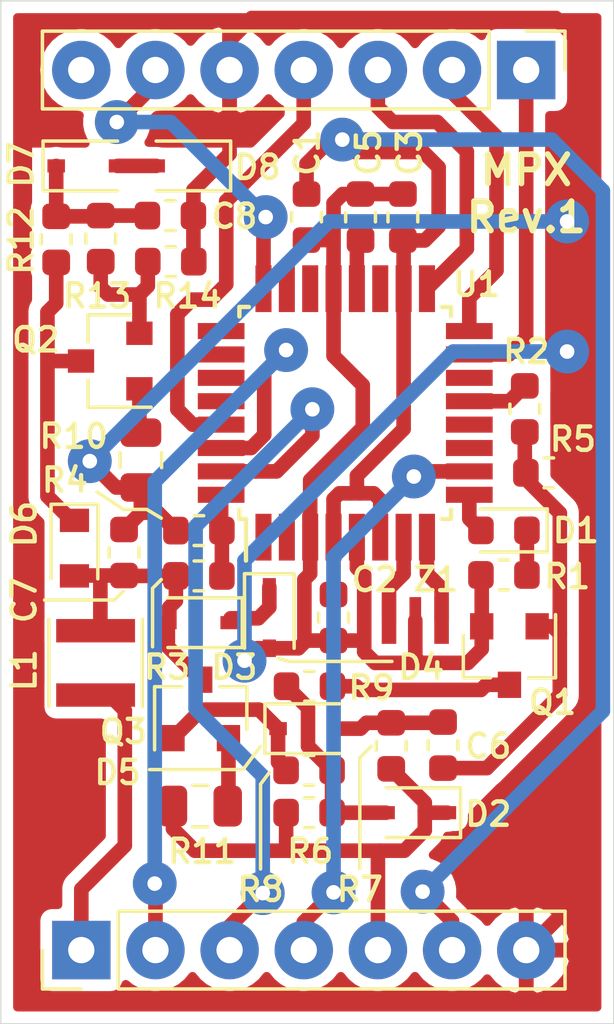
<source format=kicad_pcb>
(kicad_pcb (version 20171130) (host pcbnew 5.1.2-f72e74a~84~ubuntu18.04.1)

  (general
    (thickness 1.4)
    (drawings 20)
    (tracks 276)
    (zones 0)
    (modules 37)
    (nets 46)
  )

  (page A4)
  (layers
    (0 F.Cu signal hide)
    (31 B.Cu signal hide)
    (32 B.Adhes user hide)
    (33 F.Adhes user hide)
    (34 B.Paste user hide)
    (35 F.Paste user hide)
    (36 B.SilkS user hide)
    (37 F.SilkS user)
    (38 B.Mask user hide)
    (39 F.Mask user)
    (40 Dwgs.User user hide)
    (41 Cmts.User user hide)
    (42 Eco1.User user hide)
    (43 Eco2.User user hide)
    (44 Edge.Cuts user)
    (45 Margin user hide)
    (46 B.CrtYd user hide)
    (47 F.CrtYd user hide)
    (48 B.Fab user hide)
    (49 F.Fab user hide)
  )

  (setup
    (last_trace_width 0.5)
    (trace_clearance 0.2)
    (zone_clearance 0.4)
    (zone_45_only yes)
    (trace_min 0.2)
    (via_size 1.5)
    (via_drill 0.5)
    (via_min_size 0.4)
    (via_min_drill 0.3)
    (uvia_size 0.3)
    (uvia_drill 0.1)
    (uvias_allowed no)
    (uvia_min_size 0.2)
    (uvia_min_drill 0.1)
    (edge_width 0.05)
    (segment_width 0.2)
    (pcb_text_width 0.3)
    (pcb_text_size 1.5 1.5)
    (mod_edge_width 0.12)
    (mod_text_size 1 1)
    (mod_text_width 0.15)
    (pad_size 2 2)
    (pad_drill 0.9)
    (pad_to_mask_clearance 0.051)
    (solder_mask_min_width 0.25)
    (aux_axis_origin 0 0)
    (visible_elements FFFFEF7F)
    (pcbplotparams
      (layerselection 0x010a0_7ffffffe)
      (usegerberextensions false)
      (usegerberattributes false)
      (usegerberadvancedattributes false)
      (creategerberjobfile false)
      (excludeedgelayer true)
      (linewidth 0.100000)
      (plotframeref false)
      (viasonmask false)
      (mode 1)
      (useauxorigin false)
      (hpglpennumber 1)
      (hpglpenspeed 20)
      (hpglpendiameter 15.000000)
      (psnegative false)
      (psa4output false)
      (plotreference true)
      (plotvalue true)
      (plotinvisibletext false)
      (padsonsilk false)
      (subtractmaskfromsilk false)
      (outputformat 4)
      (mirror false)
      (drillshape 0)
      (scaleselection 1)
      (outputdirectory "../PCB/"))
  )

  (net 0 "")
  (net 1 GND)
  (net 2 +5V)
  (net 3 "Net-(C5-Pad1)")
  (net 4 "Net-(C6-Pad2)")
  (net 5 "Net-(C6-Pad1)")
  (net 6 "Net-(C7-Pad1)")
  (net 7 "Net-(C8-Pad1)")
  (net 8 "Net-(D1-Pad1)")
  (net 9 "Net-(D1-Pad2)")
  (net 10 +12V)
  (net 11 "Net-(D2-Pad2)")
  (net 12 "Net-(D3-Pad1)")
  (net 13 "Net-(D5-Pad1)")
  (net 14 "Net-(D6-Pad1)")
  (net 15 "Net-(D7-Pad2)")
  (net 16 BUS)
  (net 17 "Net-(Q1-Pad3)")
  (net 18 "Net-(Q2-Pad2)")
  (net 19 "Net-(Q2-Pad1)")
  (net 20 "Net-(Q3-Pad2)")
  (net 21 TX)
  (net 22 RX)
  (net 23 "Net-(U1-Pad1)")
  (net 24 "Net-(U1-Pad7)")
  (net 25 "Net-(U1-Pad8)")
  (net 26 "Net-(U1-Pad11)")
  (net 27 "Net-(U1-Pad12)")
  (net 28 "Net-(U1-Pad14)")
  (net 29 MOSI)
  (net 30 MISO)
  (net 31 SCK)
  (net 32 "Net-(U1-Pad19)")
  (net 33 "Net-(U1-Pad22)")
  (net 34 "Net-(U1-Pad23)")
  (net 35 "Net-(U1-Pad25)")
  (net 36 "Net-(U1-Pad26)")
  (net 37 "Net-(U1-Pad27)")
  (net 38 "Net-(U1-Pad28)")
  (net 39 RST)
  (net 40 TXD)
  (net 41 RXD)
  (net 42 CTS)
  (net 43 "Net-(X2-Pad7)")
  (net 44 DBG)
  (net 45 "Net-(U1-Pad2)")

  (net_class Default "This is the default net class."
    (clearance 0.2)
    (trace_width 0.5)
    (via_dia 1.5)
    (via_drill 0.5)
    (uvia_dia 0.3)
    (uvia_drill 0.1)
    (add_net +12V)
    (add_net +5V)
    (add_net BUS)
    (add_net CTS)
    (add_net DBG)
    (add_net GND)
    (add_net MISO)
    (add_net MOSI)
    (add_net "Net-(C5-Pad1)")
    (add_net "Net-(C6-Pad1)")
    (add_net "Net-(C6-Pad2)")
    (add_net "Net-(C7-Pad1)")
    (add_net "Net-(C8-Pad1)")
    (add_net "Net-(D1-Pad1)")
    (add_net "Net-(D1-Pad2)")
    (add_net "Net-(D2-Pad2)")
    (add_net "Net-(D3-Pad1)")
    (add_net "Net-(D5-Pad1)")
    (add_net "Net-(D6-Pad1)")
    (add_net "Net-(D7-Pad2)")
    (add_net "Net-(Q1-Pad3)")
    (add_net "Net-(Q2-Pad1)")
    (add_net "Net-(Q2-Pad2)")
    (add_net "Net-(Q3-Pad2)")
    (add_net "Net-(U1-Pad1)")
    (add_net "Net-(U1-Pad11)")
    (add_net "Net-(U1-Pad12)")
    (add_net "Net-(U1-Pad14)")
    (add_net "Net-(U1-Pad19)")
    (add_net "Net-(U1-Pad2)")
    (add_net "Net-(U1-Pad22)")
    (add_net "Net-(U1-Pad23)")
    (add_net "Net-(U1-Pad25)")
    (add_net "Net-(U1-Pad26)")
    (add_net "Net-(U1-Pad27)")
    (add_net "Net-(U1-Pad28)")
    (add_net "Net-(U1-Pad7)")
    (add_net "Net-(U1-Pad8)")
    (add_net "Net-(X2-Pad7)")
    (add_net RST)
    (add_net RX)
    (add_net RXD)
    (add_net SCK)
    (add_net TX)
    (add_net TXD)
  )

  (module Package_QFP:TQFP-32_7x7mm_P0.8mm (layer F.Cu) (tedit 5A02F146) (tstamp 5DF454B3)
    (at 104.8 51.1 90)
    (descr "32-Lead Plastic Thin Quad Flatpack (PT) - 7x7x1.0 mm Body, 2.00 mm [TQFP] (see Microchip Packaging Specification 00000049BS.pdf)")
    (tags "QFP 0.8")
    (path /5DFF955E)
    (attr smd)
    (fp_text reference U1 (at 4.4 4.5 180) (layer F.SilkS)
      (effects (font (size 0.8 0.8) (thickness 0.15)))
    )
    (fp_text value ATmega88pa (at 0 6.05 90) (layer F.Fab)
      (effects (font (size 1 1) (thickness 0.15)))
    )
    (fp_text user %R (at 0 0 90) (layer F.Fab)
      (effects (font (size 1 1) (thickness 0.15)))
    )
    (fp_line (start -2.5 -3.5) (end 3.5 -3.5) (layer F.Fab) (width 0.15))
    (fp_line (start 3.5 -3.5) (end 3.5 3.5) (layer F.Fab) (width 0.15))
    (fp_line (start 3.5 3.5) (end -3.5 3.5) (layer F.Fab) (width 0.15))
    (fp_line (start -3.5 3.5) (end -3.5 -2.5) (layer F.Fab) (width 0.15))
    (fp_line (start -3.5 -2.5) (end -2.5 -3.5) (layer F.Fab) (width 0.15))
    (fp_line (start -5.3 -5.3) (end -5.3 5.3) (layer F.CrtYd) (width 0.05))
    (fp_line (start 5.3 -5.3) (end 5.3 5.3) (layer F.CrtYd) (width 0.05))
    (fp_line (start -5.3 -5.3) (end 5.3 -5.3) (layer F.CrtYd) (width 0.05))
    (fp_line (start -5.3 5.3) (end 5.3 5.3) (layer F.CrtYd) (width 0.05))
    (fp_line (start -3.625 -3.625) (end -3.625 -3.4) (layer F.SilkS) (width 0.15))
    (fp_line (start 3.625 -3.625) (end 3.625 -3.3) (layer F.SilkS) (width 0.15))
    (fp_line (start 3.625 3.625) (end 3.625 3.3) (layer F.SilkS) (width 0.15))
    (fp_line (start -3.625 3.625) (end -3.625 3.3) (layer F.SilkS) (width 0.15))
    (fp_line (start -3.625 -3.625) (end -3.3 -3.625) (layer F.SilkS) (width 0.15))
    (fp_line (start -3.625 3.625) (end -3.3 3.625) (layer F.SilkS) (width 0.15))
    (fp_line (start 3.625 3.625) (end 3.3 3.625) (layer F.SilkS) (width 0.15))
    (fp_line (start 3.625 -3.625) (end 3.3 -3.625) (layer F.SilkS) (width 0.15))
    (fp_line (start -3.625 -3.4) (end -5.05 -3.4) (layer F.SilkS) (width 0.15))
    (pad 1 smd rect (at -4.25 -2.8 90) (size 1.6 0.55) (layers F.Cu F.Paste F.Mask)
      (net 23 "Net-(U1-Pad1)"))
    (pad 2 smd rect (at -4.25 -2 90) (size 1.6 0.55) (layers F.Cu F.Paste F.Mask)
      (net 45 "Net-(U1-Pad2)"))
    (pad 3 smd rect (at -4.25 -1.2 90) (size 1.6 0.55) (layers F.Cu F.Paste F.Mask)
      (net 1 GND))
    (pad 4 smd rect (at -4.25 -0.4 90) (size 1.6 0.55) (layers F.Cu F.Paste F.Mask)
      (net 2 +5V))
    (pad 5 smd rect (at -4.25 0.4 90) (size 1.6 0.55) (layers F.Cu F.Paste F.Mask)
      (net 1 GND))
    (pad 6 smd rect (at -4.25 1.2 90) (size 1.6 0.55) (layers F.Cu F.Paste F.Mask)
      (net 2 +5V))
    (pad 7 smd rect (at -4.25 2 90) (size 1.6 0.55) (layers F.Cu F.Paste F.Mask)
      (net 24 "Net-(U1-Pad7)"))
    (pad 8 smd rect (at -4.25 2.8 90) (size 1.6 0.55) (layers F.Cu F.Paste F.Mask)
      (net 25 "Net-(U1-Pad8)"))
    (pad 9 smd rect (at -2.8 4.25 180) (size 1.6 0.55) (layers F.Cu F.Paste F.Mask)
      (net 9 "Net-(D1-Pad2)"))
    (pad 10 smd rect (at -2 4.25 180) (size 1.6 0.55) (layers F.Cu F.Paste F.Mask)
      (net 42 CTS))
    (pad 11 smd rect (at -1.2 4.25 180) (size 1.6 0.55) (layers F.Cu F.Paste F.Mask)
      (net 26 "Net-(U1-Pad11)"))
    (pad 12 smd rect (at -0.4 4.25 180) (size 1.6 0.55) (layers F.Cu F.Paste F.Mask)
      (net 27 "Net-(U1-Pad12)"))
    (pad 13 smd rect (at 0.4 4.25 180) (size 1.6 0.55) (layers F.Cu F.Paste F.Mask)
      (net 21 TX))
    (pad 14 smd rect (at 1.2 4.25 180) (size 1.6 0.55) (layers F.Cu F.Paste F.Mask)
      (net 28 "Net-(U1-Pad14)"))
    (pad 15 smd rect (at 2 4.25 180) (size 1.6 0.55) (layers F.Cu F.Paste F.Mask)
      (net 29 MOSI))
    (pad 16 smd rect (at 2.8 4.25 180) (size 1.6 0.55) (layers F.Cu F.Paste F.Mask)
      (net 30 MISO))
    (pad 17 smd rect (at 4.25 2.8 90) (size 1.6 0.55) (layers F.Cu F.Paste F.Mask)
      (net 31 SCK))
    (pad 18 smd rect (at 4.25 2 90) (size 1.6 0.55) (layers F.Cu F.Paste F.Mask)
      (net 2 +5V))
    (pad 19 smd rect (at 4.25 1.2 90) (size 1.6 0.55) (layers F.Cu F.Paste F.Mask)
      (net 32 "Net-(U1-Pad19)"))
    (pad 20 smd rect (at 4.25 0.4 90) (size 1.6 0.55) (layers F.Cu F.Paste F.Mask)
      (net 3 "Net-(C5-Pad1)"))
    (pad 21 smd rect (at 4.25 -0.4 90) (size 1.6 0.55) (layers F.Cu F.Paste F.Mask)
      (net 1 GND))
    (pad 22 smd rect (at 4.25 -1.2 90) (size 1.6 0.55) (layers F.Cu F.Paste F.Mask)
      (net 33 "Net-(U1-Pad22)"))
    (pad 23 smd rect (at 4.25 -2 90) (size 1.6 0.55) (layers F.Cu F.Paste F.Mask)
      (net 34 "Net-(U1-Pad23)"))
    (pad 24 smd rect (at 4.25 -2.8 90) (size 1.6 0.55) (layers F.Cu F.Paste F.Mask)
      (net 44 DBG))
    (pad 25 smd rect (at 2.8 -4.25 180) (size 1.6 0.55) (layers F.Cu F.Paste F.Mask)
      (net 35 "Net-(U1-Pad25)"))
    (pad 26 smd rect (at 2 -4.25 180) (size 1.6 0.55) (layers F.Cu F.Paste F.Mask)
      (net 36 "Net-(U1-Pad26)"))
    (pad 27 smd rect (at 1.2 -4.25 180) (size 1.6 0.55) (layers F.Cu F.Paste F.Mask)
      (net 37 "Net-(U1-Pad27)"))
    (pad 28 smd rect (at 0.4 -4.25 180) (size 1.6 0.55) (layers F.Cu F.Paste F.Mask)
      (net 38 "Net-(U1-Pad28)"))
    (pad 29 smd rect (at -0.4 -4.25 180) (size 1.6 0.55) (layers F.Cu F.Paste F.Mask)
      (net 39 RST))
    (pad 30 smd rect (at -1.2 -4.25 180) (size 1.6 0.55) (layers F.Cu F.Paste F.Mask)
      (net 40 TXD))
    (pad 31 smd rect (at -2 -4.25 180) (size 1.6 0.55) (layers F.Cu F.Paste F.Mask)
      (net 41 RXD))
    (pad 32 smd rect (at -2.8 -4.25 180) (size 1.6 0.55) (layers F.Cu F.Paste F.Mask)
      (net 22 RX))
    (model ${KISYS3DMOD}/Package_QFP.3dshapes/TQFP-32_7x7mm_P0.8mm.wrl
      (at (xyz 0 0 0))
      (scale (xyz 1 1 1))
      (rotate (xyz 0 0 0))
    )
  )

  (module kicad_pcb:Murata_CSTCExxxxV_3213_crystal (layer F.Cu) (tedit 5D81B981) (tstamp 5DF52460)
    (at 107.2 58.2 90)
    (path /5DF5775A)
    (fp_text reference Z1 (at 1.4 0.7 180) (layer F.SilkS)
      (effects (font (size 0.8 0.8) (thickness 0.15)))
    )
    (fp_text value 16MHz (at 12.4 8.34 90) (layer F.Fab)
      (effects (font (size 1 1) (thickness 0.15)))
    )
    (fp_line (start 0.65 -1.6) (end -0.65 -1.6) (layer F.CrtYd) (width 0.1))
    (fp_line (start 0.65 1.6) (end 0.65 -1.6) (layer F.CrtYd) (width 0.1))
    (fp_line (start -0.65 -1.6) (end -0.65 1.6) (layer F.CrtYd) (width 0.1))
    (fp_line (start -0.65 1.6) (end 0.65 1.6) (layer F.CrtYd) (width 0.1))
    (pad 2 smd rect (at 0 0.9 90) (size 1.6 0.5) (layers F.Cu F.Paste F.Mask)
      (net 25 "Net-(U1-Pad8)"))
    (pad 1 smd rect (at 0 -0.9 90) (size 1.6 0.5) (layers F.Cu F.Paste F.Mask)
      (net 24 "Net-(U1-Pad7)"))
    (pad 3 smd rect (at 0 0 90) (size 1.6 0.4) (layers F.Cu F.Paste F.Mask)
      (net 1 GND))
  )

  (module Capacitor_SMD:C_0603_1608Metric (layer F.Cu) (tedit 5B301BBE) (tstamp 5E6BCED8)
    (at 103.475 44.4 270)
    (descr "Capacitor SMD 0603 (1608 Metric), square (rectangular) end terminal, IPC_7351 nominal, (Body size source: http://www.tortai-tech.com/upload/download/2011102023233369053.pdf), generated with kicad-footprint-generator")
    (tags capacitor)
    (path /5E06C3EA)
    (attr smd)
    (fp_text reference C1 (at -2.2 -0.025 90) (layer F.SilkS)
      (effects (font (size 0.8 0.8) (thickness 0.15)))
    )
    (fp_text value 10u (at 0 1.43 90) (layer F.Fab)
      (effects (font (size 1 1) (thickness 0.15)))
    )
    (fp_text user %R (at 0 0 90) (layer F.Fab)
      (effects (font (size 0.4 0.4) (thickness 0.06)))
    )
    (fp_line (start 1.48 0.73) (end -1.48 0.73) (layer F.CrtYd) (width 0.05))
    (fp_line (start 1.48 -0.73) (end 1.48 0.73) (layer F.CrtYd) (width 0.05))
    (fp_line (start -1.48 -0.73) (end 1.48 -0.73) (layer F.CrtYd) (width 0.05))
    (fp_line (start -1.48 0.73) (end -1.48 -0.73) (layer F.CrtYd) (width 0.05))
    (fp_line (start -0.162779 0.51) (end 0.162779 0.51) (layer F.SilkS) (width 0.12))
    (fp_line (start -0.162779 -0.51) (end 0.162779 -0.51) (layer F.SilkS) (width 0.12))
    (fp_line (start 0.8 0.4) (end -0.8 0.4) (layer F.Fab) (width 0.1))
    (fp_line (start 0.8 -0.4) (end 0.8 0.4) (layer F.Fab) (width 0.1))
    (fp_line (start -0.8 -0.4) (end 0.8 -0.4) (layer F.Fab) (width 0.1))
    (fp_line (start -0.8 0.4) (end -0.8 -0.4) (layer F.Fab) (width 0.1))
    (pad 2 smd roundrect (at 0.7875 0 270) (size 0.875 0.95) (layers F.Cu F.Paste F.Mask) (roundrect_rratio 0.25)
      (net 1 GND))
    (pad 1 smd roundrect (at -0.7875 0 270) (size 0.875 0.95) (layers F.Cu F.Paste F.Mask) (roundrect_rratio 0.25)
      (net 2 +5V))
    (model ${KISYS3DMOD}/Capacitor_SMD.3dshapes/C_0603_1608Metric.wrl
      (at (xyz 0 0 0))
      (scale (xyz 1 1 1))
      (rotate (xyz 0 0 0))
    )
  )

  (module Capacitor_SMD:C_0603_1608Metric (layer F.Cu) (tedit 5B301BBE) (tstamp 5DF52BC4)
    (at 104.4 58.1 270)
    (descr "Capacitor SMD 0603 (1608 Metric), square (rectangular) end terminal, IPC_7351 nominal, (Body size source: http://www.tortai-tech.com/upload/download/2011102023233369053.pdf), generated with kicad-footprint-generator")
    (tags capacitor)
    (path /5D8FBAE6)
    (attr smd)
    (fp_text reference C2 (at -1.3 -1.4) (layer F.SilkS)
      (effects (font (size 0.8 0.8) (thickness 0.15)))
    )
    (fp_text value 0.1 (at 0 1.43 90) (layer F.Fab)
      (effects (font (size 1 1) (thickness 0.15)))
    )
    (fp_line (start -0.8 0.4) (end -0.8 -0.4) (layer F.Fab) (width 0.1))
    (fp_line (start -0.8 -0.4) (end 0.8 -0.4) (layer F.Fab) (width 0.1))
    (fp_line (start 0.8 -0.4) (end 0.8 0.4) (layer F.Fab) (width 0.1))
    (fp_line (start 0.8 0.4) (end -0.8 0.4) (layer F.Fab) (width 0.1))
    (fp_line (start -0.162779 -0.51) (end 0.162779 -0.51) (layer F.SilkS) (width 0.12))
    (fp_line (start -0.162779 0.51) (end 0.162779 0.51) (layer F.SilkS) (width 0.12))
    (fp_line (start -1.48 0.73) (end -1.48 -0.73) (layer F.CrtYd) (width 0.05))
    (fp_line (start -1.48 -0.73) (end 1.48 -0.73) (layer F.CrtYd) (width 0.05))
    (fp_line (start 1.48 -0.73) (end 1.48 0.73) (layer F.CrtYd) (width 0.05))
    (fp_line (start 1.48 0.73) (end -1.48 0.73) (layer F.CrtYd) (width 0.05))
    (fp_text user %R (at 0 0 90) (layer F.Fab)
      (effects (font (size 0.4 0.4) (thickness 0.06)))
    )
    (pad 1 smd roundrect (at -0.7875 0 270) (size 0.875 0.95) (layers F.Cu F.Paste F.Mask) (roundrect_rratio 0.25)
      (net 2 +5V))
    (pad 2 smd roundrect (at 0.7875 0 270) (size 0.875 0.95) (layers F.Cu F.Paste F.Mask) (roundrect_rratio 0.25)
      (net 1 GND))
    (model ${KISYS3DMOD}/Capacitor_SMD.3dshapes/C_0603_1608Metric.wrl
      (at (xyz 0 0 0))
      (scale (xyz 1 1 1))
      (rotate (xyz 0 0 0))
    )
  )

  (module Capacitor_SMD:C_0603_1608Metric (layer F.Cu) (tedit 5B301BBE) (tstamp 5DF4522E)
    (at 106.775 44.4 90)
    (descr "Capacitor SMD 0603 (1608 Metric), square (rectangular) end terminal, IPC_7351 nominal, (Body size source: http://www.tortai-tech.com/upload/download/2011102023233369053.pdf), generated with kicad-footprint-generator")
    (tags capacitor)
    (path /5D8FC2A4)
    (attr smd)
    (fp_text reference C3 (at 2.2 0.225 90) (layer F.SilkS)
      (effects (font (size 0.8 0.8) (thickness 0.15)))
    )
    (fp_text value 0.1 (at 0 1.43 90) (layer F.Fab)
      (effects (font (size 1 1) (thickness 0.15)))
    )
    (fp_text user %R (at 0 0 90) (layer F.Fab)
      (effects (font (size 0.4 0.4) (thickness 0.06)))
    )
    (fp_line (start 1.48 0.73) (end -1.48 0.73) (layer F.CrtYd) (width 0.05))
    (fp_line (start 1.48 -0.73) (end 1.48 0.73) (layer F.CrtYd) (width 0.05))
    (fp_line (start -1.48 -0.73) (end 1.48 -0.73) (layer F.CrtYd) (width 0.05))
    (fp_line (start -1.48 0.73) (end -1.48 -0.73) (layer F.CrtYd) (width 0.05))
    (fp_line (start -0.162779 0.51) (end 0.162779 0.51) (layer F.SilkS) (width 0.12))
    (fp_line (start -0.162779 -0.51) (end 0.162779 -0.51) (layer F.SilkS) (width 0.12))
    (fp_line (start 0.8 0.4) (end -0.8 0.4) (layer F.Fab) (width 0.1))
    (fp_line (start 0.8 -0.4) (end 0.8 0.4) (layer F.Fab) (width 0.1))
    (fp_line (start -0.8 -0.4) (end 0.8 -0.4) (layer F.Fab) (width 0.1))
    (fp_line (start -0.8 0.4) (end -0.8 -0.4) (layer F.Fab) (width 0.1))
    (pad 2 smd roundrect (at 0.7875 0 90) (size 0.875 0.95) (layers F.Cu F.Paste F.Mask) (roundrect_rratio 0.25)
      (net 1 GND))
    (pad 1 smd roundrect (at -0.7875 0 90) (size 0.875 0.95) (layers F.Cu F.Paste F.Mask) (roundrect_rratio 0.25)
      (net 2 +5V))
    (model ${KISYS3DMOD}/Capacitor_SMD.3dshapes/C_0603_1608Metric.wrl
      (at (xyz 0 0 0))
      (scale (xyz 1 1 1))
      (rotate (xyz 0 0 0))
    )
  )

  (module Capacitor_SMD:C_0603_1608Metric (layer F.Cu) (tedit 5B301BBE) (tstamp 5DFE6FAF)
    (at 105.325 44.4 90)
    (descr "Capacitor SMD 0603 (1608 Metric), square (rectangular) end terminal, IPC_7351 nominal, (Body size source: http://www.tortai-tech.com/upload/download/2011102023233369053.pdf), generated with kicad-footprint-generator")
    (tags capacitor)
    (path /5E010DA4)
    (attr smd)
    (fp_text reference C5 (at 2.2 0.275 90) (layer F.SilkS)
      (effects (font (size 0.8 0.8) (thickness 0.15)))
    )
    (fp_text value 0.1 (at 0 1.43 90) (layer F.Fab)
      (effects (font (size 1 1) (thickness 0.15)))
    )
    (fp_line (start -0.8 0.4) (end -0.8 -0.4) (layer F.Fab) (width 0.1))
    (fp_line (start -0.8 -0.4) (end 0.8 -0.4) (layer F.Fab) (width 0.1))
    (fp_line (start 0.8 -0.4) (end 0.8 0.4) (layer F.Fab) (width 0.1))
    (fp_line (start 0.8 0.4) (end -0.8 0.4) (layer F.Fab) (width 0.1))
    (fp_line (start -0.162779 -0.51) (end 0.162779 -0.51) (layer F.SilkS) (width 0.12))
    (fp_line (start -0.162779 0.51) (end 0.162779 0.51) (layer F.SilkS) (width 0.12))
    (fp_line (start -1.48 0.73) (end -1.48 -0.73) (layer F.CrtYd) (width 0.05))
    (fp_line (start -1.48 -0.73) (end 1.48 -0.73) (layer F.CrtYd) (width 0.05))
    (fp_line (start 1.48 -0.73) (end 1.48 0.73) (layer F.CrtYd) (width 0.05))
    (fp_line (start 1.48 0.73) (end -1.48 0.73) (layer F.CrtYd) (width 0.05))
    (fp_text user %R (at 0 0 90) (layer F.Fab)
      (effects (font (size 0.4 0.4) (thickness 0.06)))
    )
    (pad 1 smd roundrect (at -0.7875 0 90) (size 0.875 0.95) (layers F.Cu F.Paste F.Mask) (roundrect_rratio 0.25)
      (net 3 "Net-(C5-Pad1)"))
    (pad 2 smd roundrect (at 0.7875 0 90) (size 0.875 0.95) (layers F.Cu F.Paste F.Mask) (roundrect_rratio 0.25)
      (net 1 GND))
    (model ${KISYS3DMOD}/Capacitor_SMD.3dshapes/C_0603_1608Metric.wrl
      (at (xyz 0 0 0))
      (scale (xyz 1 1 1))
      (rotate (xyz 0 0 0))
    )
  )

  (module Capacitor_SMD:C_0603_1608Metric (layer F.Cu) (tedit 5B301BBE) (tstamp 5DF5A148)
    (at 108.15 62.4625 270)
    (descr "Capacitor SMD 0603 (1608 Metric), square (rectangular) end terminal, IPC_7351 nominal, (Body size source: http://www.tortai-tech.com/upload/download/2011102023233369053.pdf), generated with kicad-footprint-generator")
    (tags capacitor)
    (path /5D81AD42)
    (attr smd)
    (fp_text reference C6 (at 0.0375 -1.55) (layer F.SilkS)
      (effects (font (size 0.8 0.8) (thickness 0.15)))
    )
    (fp_text value 22n (at 0 1.43 90) (layer F.Fab)
      (effects (font (size 1 1) (thickness 0.15)))
    )
    (fp_line (start -0.8 0.4) (end -0.8 -0.4) (layer F.Fab) (width 0.1))
    (fp_line (start -0.8 -0.4) (end 0.8 -0.4) (layer F.Fab) (width 0.1))
    (fp_line (start 0.8 -0.4) (end 0.8 0.4) (layer F.Fab) (width 0.1))
    (fp_line (start 0.8 0.4) (end -0.8 0.4) (layer F.Fab) (width 0.1))
    (fp_line (start -0.162779 -0.51) (end 0.162779 -0.51) (layer F.SilkS) (width 0.12))
    (fp_line (start -0.162779 0.51) (end 0.162779 0.51) (layer F.SilkS) (width 0.12))
    (fp_line (start -1.48 0.73) (end -1.48 -0.73) (layer F.CrtYd) (width 0.05))
    (fp_line (start -1.48 -0.73) (end 1.48 -0.73) (layer F.CrtYd) (width 0.05))
    (fp_line (start 1.48 -0.73) (end 1.48 0.73) (layer F.CrtYd) (width 0.05))
    (fp_line (start 1.48 0.73) (end -1.48 0.73) (layer F.CrtYd) (width 0.05))
    (fp_text user %R (at 0 0 90) (layer F.Fab)
      (effects (font (size 0.4 0.4) (thickness 0.06)))
    )
    (pad 1 smd roundrect (at -0.7875 0 270) (size 0.875 0.95) (layers F.Cu F.Paste F.Mask) (roundrect_rratio 0.25)
      (net 5 "Net-(C6-Pad1)"))
    (pad 2 smd roundrect (at 0.7875 0 270) (size 0.875 0.95) (layers F.Cu F.Paste F.Mask) (roundrect_rratio 0.25)
      (net 4 "Net-(C6-Pad2)"))
    (model ${KISYS3DMOD}/Capacitor_SMD.3dshapes/C_0603_1608Metric.wrl
      (at (xyz 0 0 0))
      (scale (xyz 1 1 1))
      (rotate (xyz 0 0 0))
    )
  )

  (module Capacitor_SMD:C_0603_1608Metric (layer F.Cu) (tedit 5B301BBE) (tstamp 5DFE6440)
    (at 97.225 55.875 90)
    (descr "Capacitor SMD 0603 (1608 Metric), square (rectangular) end terminal, IPC_7351 nominal, (Body size source: http://www.tortai-tech.com/upload/download/2011102023233369053.pdf), generated with kicad-footprint-generator")
    (tags capacitor)
    (path /5DB07310)
    (attr smd)
    (fp_text reference C7 (at -1.625 -3.425 270) (layer F.SilkS)
      (effects (font (size 0.8 0.8) (thickness 0.15)))
    )
    (fp_text value 100 (at 0 1.43 90) (layer F.Fab)
      (effects (font (size 1 1) (thickness 0.15)))
    )
    (fp_line (start -0.8 0.4) (end -0.8 -0.4) (layer F.Fab) (width 0.1))
    (fp_line (start -0.8 -0.4) (end 0.8 -0.4) (layer F.Fab) (width 0.1))
    (fp_line (start 0.8 -0.4) (end 0.8 0.4) (layer F.Fab) (width 0.1))
    (fp_line (start 0.8 0.4) (end -0.8 0.4) (layer F.Fab) (width 0.1))
    (fp_line (start -0.162779 -0.51) (end 0.162779 -0.51) (layer F.SilkS) (width 0.12))
    (fp_line (start -0.162779 0.51) (end 0.162779 0.51) (layer F.SilkS) (width 0.12))
    (fp_line (start -1.48 0.73) (end -1.48 -0.73) (layer F.CrtYd) (width 0.05))
    (fp_line (start -1.48 -0.73) (end 1.48 -0.73) (layer F.CrtYd) (width 0.05))
    (fp_line (start 1.48 -0.73) (end 1.48 0.73) (layer F.CrtYd) (width 0.05))
    (fp_line (start 1.48 0.73) (end -1.48 0.73) (layer F.CrtYd) (width 0.05))
    (fp_text user %R (at 0 0 90) (layer F.Fab)
      (effects (font (size 0.4 0.4) (thickness 0.06)))
    )
    (pad 1 smd roundrect (at -0.7875 0 90) (size 0.875 0.95) (layers F.Cu F.Paste F.Mask) (roundrect_rratio 0.25)
      (net 6 "Net-(C7-Pad1)"))
    (pad 2 smd roundrect (at 0.7875 0 90) (size 0.875 0.95) (layers F.Cu F.Paste F.Mask) (roundrect_rratio 0.25)
      (net 1 GND))
    (model ${KISYS3DMOD}/Capacitor_SMD.3dshapes/C_0603_1608Metric.wrl
      (at (xyz 0 0 0))
      (scale (xyz 1 1 1))
      (rotate (xyz 0 0 0))
    )
  )

  (module Capacitor_SMD:C_0603_1608Metric (layer F.Cu) (tedit 5B301BBE) (tstamp 5DF45283)
    (at 98.8125 44.35)
    (descr "Capacitor SMD 0603 (1608 Metric), square (rectangular) end terminal, IPC_7351 nominal, (Body size source: http://www.tortai-tech.com/upload/download/2011102023233369053.pdf), generated with kicad-footprint-generator")
    (tags capacitor)
    (path /5D7E3D07)
    (attr smd)
    (fp_text reference C8 (at 2.1875 0.025) (layer F.SilkS)
      (effects (font (size 0.8 0.8) (thickness 0.15)))
    )
    (fp_text value 22n (at 0 1.43) (layer F.Fab)
      (effects (font (size 1 1) (thickness 0.15)))
    )
    (fp_line (start -0.8 0.4) (end -0.8 -0.4) (layer F.Fab) (width 0.1))
    (fp_line (start -0.8 -0.4) (end 0.8 -0.4) (layer F.Fab) (width 0.1))
    (fp_line (start 0.8 -0.4) (end 0.8 0.4) (layer F.Fab) (width 0.1))
    (fp_line (start 0.8 0.4) (end -0.8 0.4) (layer F.Fab) (width 0.1))
    (fp_line (start -0.162779 -0.51) (end 0.162779 -0.51) (layer F.SilkS) (width 0.12))
    (fp_line (start -0.162779 0.51) (end 0.162779 0.51) (layer F.SilkS) (width 0.12))
    (fp_line (start -1.48 0.73) (end -1.48 -0.73) (layer F.CrtYd) (width 0.05))
    (fp_line (start -1.48 -0.73) (end 1.48 -0.73) (layer F.CrtYd) (width 0.05))
    (fp_line (start 1.48 -0.73) (end 1.48 0.73) (layer F.CrtYd) (width 0.05))
    (fp_line (start 1.48 0.73) (end -1.48 0.73) (layer F.CrtYd) (width 0.05))
    (fp_text user %R (at 0 0) (layer F.Fab)
      (effects (font (size 0.4 0.4) (thickness 0.06)))
    )
    (pad 1 smd roundrect (at -0.7875 0) (size 0.875 0.95) (layers F.Cu F.Paste F.Mask) (roundrect_rratio 0.25)
      (net 7 "Net-(C8-Pad1)"))
    (pad 2 smd roundrect (at 0.7875 0) (size 0.875 0.95) (layers F.Cu F.Paste F.Mask) (roundrect_rratio 0.25)
      (net 1 GND))
    (model ${KISYS3DMOD}/Capacitor_SMD.3dshapes/C_0603_1608Metric.wrl
      (at (xyz 0 0 0))
      (scale (xyz 1 1 1))
      (rotate (xyz 0 0 0))
    )
  )

  (module LED_SMD:LED_0603_1608Metric (layer F.Cu) (tedit 5B301BBE) (tstamp 5DFE7197)
    (at 110.236 55.118 180)
    (descr "LED SMD 0603 (1608 Metric), square (rectangular) end terminal, IPC_7351 nominal, (Body size source: http://www.tortai-tech.com/upload/download/2011102023233369053.pdf), generated with kicad-footprint-generator")
    (tags diode)
    (path /5DC9B4AD)
    (attr smd)
    (fp_text reference D1 (at -2.464 -0.007) (layer F.SilkS)
      (effects (font (size 0.8 0.8) (thickness 0.15)))
    )
    (fp_text value LED (at 0 1.43) (layer F.Fab)
      (effects (font (size 1 1) (thickness 0.15)))
    )
    (fp_line (start 0.8 -0.4) (end -0.5 -0.4) (layer F.Fab) (width 0.1))
    (fp_line (start -0.5 -0.4) (end -0.8 -0.1) (layer F.Fab) (width 0.1))
    (fp_line (start -0.8 -0.1) (end -0.8 0.4) (layer F.Fab) (width 0.1))
    (fp_line (start -0.8 0.4) (end 0.8 0.4) (layer F.Fab) (width 0.1))
    (fp_line (start 0.8 0.4) (end 0.8 -0.4) (layer F.Fab) (width 0.1))
    (fp_line (start 0.8 -0.735) (end -1.485 -0.735) (layer F.SilkS) (width 0.12))
    (fp_line (start -1.485 -0.735) (end -1.485 0.735) (layer F.SilkS) (width 0.12))
    (fp_line (start -1.485 0.735) (end 0.8 0.735) (layer F.SilkS) (width 0.12))
    (fp_line (start -1.48 0.73) (end -1.48 -0.73) (layer F.CrtYd) (width 0.05))
    (fp_line (start -1.48 -0.73) (end 1.48 -0.73) (layer F.CrtYd) (width 0.05))
    (fp_line (start 1.48 -0.73) (end 1.48 0.73) (layer F.CrtYd) (width 0.05))
    (fp_line (start 1.48 0.73) (end -1.48 0.73) (layer F.CrtYd) (width 0.05))
    (fp_text user %R (at 0 0) (layer F.Fab)
      (effects (font (size 0.4 0.4) (thickness 0.06)))
    )
    (pad 1 smd roundrect (at -0.7875 0 180) (size 0.875 0.95) (layers F.Cu F.Paste F.Mask) (roundrect_rratio 0.25)
      (net 8 "Net-(D1-Pad1)"))
    (pad 2 smd roundrect (at 0.7875 0 180) (size 0.875 0.95) (layers F.Cu F.Paste F.Mask) (roundrect_rratio 0.25)
      (net 9 "Net-(D1-Pad2)"))
    (model ${KISYS3DMOD}/LED_SMD.3dshapes/LED_0603_1608Metric.wrl
      (at (xyz 0 0 0))
      (scale (xyz 1 1 1))
      (rotate (xyz 0 0 0))
    )
  )

  (module Diode_SMD:D_SOD-323 (layer F.Cu) (tedit 58641739) (tstamp 5DF5A0D9)
    (at 107.25 64.775 180)
    (descr SOD-323)
    (tags SOD-323)
    (path /5D7F276C)
    (attr smd)
    (fp_text reference D2 (at -2.45 -0.05) (layer F.SilkS)
      (effects (font (size 0.8 0.8) (thickness 0.15)))
    )
    (fp_text value BZT52C4V7S (at 0.1 1.9) (layer F.Fab)
      (effects (font (size 1 1) (thickness 0.15)))
    )
    (fp_line (start -1.5 -0.85) (end 1.05 -0.85) (layer F.SilkS) (width 0.12))
    (fp_line (start -1.5 0.85) (end 1.05 0.85) (layer F.SilkS) (width 0.12))
    (fp_line (start -1.6 -0.95) (end -1.6 0.95) (layer F.CrtYd) (width 0.05))
    (fp_line (start -1.6 0.95) (end 1.6 0.95) (layer F.CrtYd) (width 0.05))
    (fp_line (start 1.6 -0.95) (end 1.6 0.95) (layer F.CrtYd) (width 0.05))
    (fp_line (start -1.6 -0.95) (end 1.6 -0.95) (layer F.CrtYd) (width 0.05))
    (fp_line (start -0.9 -0.7) (end 0.9 -0.7) (layer F.Fab) (width 0.1))
    (fp_line (start 0.9 -0.7) (end 0.9 0.7) (layer F.Fab) (width 0.1))
    (fp_line (start 0.9 0.7) (end -0.9 0.7) (layer F.Fab) (width 0.1))
    (fp_line (start -0.9 0.7) (end -0.9 -0.7) (layer F.Fab) (width 0.1))
    (fp_line (start -0.3 -0.35) (end -0.3 0.35) (layer F.Fab) (width 0.1))
    (fp_line (start -0.3 0) (end -0.5 0) (layer F.Fab) (width 0.1))
    (fp_line (start -0.3 0) (end 0.2 -0.35) (layer F.Fab) (width 0.1))
    (fp_line (start 0.2 -0.35) (end 0.2 0.35) (layer F.Fab) (width 0.1))
    (fp_line (start 0.2 0.35) (end -0.3 0) (layer F.Fab) (width 0.1))
    (fp_line (start 0.2 0) (end 0.45 0) (layer F.Fab) (width 0.1))
    (fp_line (start -1.5 -0.85) (end -1.5 0.85) (layer F.SilkS) (width 0.12))
    (fp_text user %R (at 0 -1.85) (layer F.Fab)
      (effects (font (size 1 1) (thickness 0.15)))
    )
    (pad 2 smd rect (at 1.05 0 180) (size 0.6 0.45) (layers F.Cu F.Paste F.Mask)
      (net 11 "Net-(D2-Pad2)"))
    (pad 1 smd rect (at -1.05 0 180) (size 0.6 0.45) (layers F.Cu F.Paste F.Mask)
      (net 10 +12V))
    (model ${KISYS3DMOD}/Diode_SMD.3dshapes/D_SOD-323.wrl
      (at (xyz 0 0 0))
      (scale (xyz 1 1 1))
      (rotate (xyz 0 0 0))
    )
  )

  (module Diode_SMD:D_SOD-323 (layer F.Cu) (tedit 58641739) (tstamp 5DF452C6)
    (at 99.775 58.275 180)
    (descr SOD-323)
    (tags SOD-323)
    (path /5D8169B4)
    (attr smd)
    (fp_text reference D3 (at -1.225 -1.525) (layer F.SilkS)
      (effects (font (size 0.8 0.8) (thickness 0.15)))
    )
    (fp_text value BZT52C18S (at 0.1 1.9) (layer F.Fab)
      (effects (font (size 1 1) (thickness 0.15)))
    )
    (fp_text user %R (at 0 -1.85) (layer F.Fab)
      (effects (font (size 1 1) (thickness 0.15)))
    )
    (fp_line (start -1.5 -0.85) (end -1.5 0.85) (layer F.SilkS) (width 0.12))
    (fp_line (start 0.2 0) (end 0.45 0) (layer F.Fab) (width 0.1))
    (fp_line (start 0.2 0.35) (end -0.3 0) (layer F.Fab) (width 0.1))
    (fp_line (start 0.2 -0.35) (end 0.2 0.35) (layer F.Fab) (width 0.1))
    (fp_line (start -0.3 0) (end 0.2 -0.35) (layer F.Fab) (width 0.1))
    (fp_line (start -0.3 0) (end -0.5 0) (layer F.Fab) (width 0.1))
    (fp_line (start -0.3 -0.35) (end -0.3 0.35) (layer F.Fab) (width 0.1))
    (fp_line (start -0.9 0.7) (end -0.9 -0.7) (layer F.Fab) (width 0.1))
    (fp_line (start 0.9 0.7) (end -0.9 0.7) (layer F.Fab) (width 0.1))
    (fp_line (start 0.9 -0.7) (end 0.9 0.7) (layer F.Fab) (width 0.1))
    (fp_line (start -0.9 -0.7) (end 0.9 -0.7) (layer F.Fab) (width 0.1))
    (fp_line (start -1.6 -0.95) (end 1.6 -0.95) (layer F.CrtYd) (width 0.05))
    (fp_line (start 1.6 -0.95) (end 1.6 0.95) (layer F.CrtYd) (width 0.05))
    (fp_line (start -1.6 0.95) (end 1.6 0.95) (layer F.CrtYd) (width 0.05))
    (fp_line (start -1.6 -0.95) (end -1.6 0.95) (layer F.CrtYd) (width 0.05))
    (fp_line (start -1.5 0.85) (end 1.05 0.85) (layer F.SilkS) (width 0.12))
    (fp_line (start -1.5 -0.85) (end 1.05 -0.85) (layer F.SilkS) (width 0.12))
    (pad 1 smd rect (at -1.05 0 180) (size 0.6 0.45) (layers F.Cu F.Paste F.Mask)
      (net 12 "Net-(D3-Pad1)"))
    (pad 2 smd rect (at 1.05 0 180) (size 0.6 0.45) (layers F.Cu F.Paste F.Mask)
      (net 6 "Net-(C7-Pad1)"))
    (model ${KISYS3DMOD}/Diode_SMD.3dshapes/D_SOD-323.wrl
      (at (xyz 0 0 0))
      (scale (xyz 1 1 1))
      (rotate (xyz 0 0 0))
    )
  )

  (module Diode_SMD:D_SOD-323 (layer F.Cu) (tedit 58641739) (tstamp 5DF452DE)
    (at 102.2 58.1 270)
    (descr SOD-323)
    (tags SOD-323)
    (path /5D8169AA)
    (attr smd)
    (fp_text reference D4 (at 1.7 -5.2 180) (layer F.SilkS)
      (effects (font (size 0.8 0.8) (thickness 0.15)))
    )
    (fp_text value BZT52C18S (at 0.1 1.9 90) (layer F.Fab)
      (effects (font (size 1 1) (thickness 0.15)))
    )
    (fp_text user %R (at 0 -1.85 90) (layer F.Fab)
      (effects (font (size 1 1) (thickness 0.15)))
    )
    (fp_line (start -1.5 -0.85) (end -1.5 0.85) (layer F.SilkS) (width 0.12))
    (fp_line (start 0.2 0) (end 0.45 0) (layer F.Fab) (width 0.1))
    (fp_line (start 0.2 0.35) (end -0.3 0) (layer F.Fab) (width 0.1))
    (fp_line (start 0.2 -0.35) (end 0.2 0.35) (layer F.Fab) (width 0.1))
    (fp_line (start -0.3 0) (end 0.2 -0.35) (layer F.Fab) (width 0.1))
    (fp_line (start -0.3 0) (end -0.5 0) (layer F.Fab) (width 0.1))
    (fp_line (start -0.3 -0.35) (end -0.3 0.35) (layer F.Fab) (width 0.1))
    (fp_line (start -0.9 0.7) (end -0.9 -0.7) (layer F.Fab) (width 0.1))
    (fp_line (start 0.9 0.7) (end -0.9 0.7) (layer F.Fab) (width 0.1))
    (fp_line (start 0.9 -0.7) (end 0.9 0.7) (layer F.Fab) (width 0.1))
    (fp_line (start -0.9 -0.7) (end 0.9 -0.7) (layer F.Fab) (width 0.1))
    (fp_line (start -1.6 -0.95) (end 1.6 -0.95) (layer F.CrtYd) (width 0.05))
    (fp_line (start 1.6 -0.95) (end 1.6 0.95) (layer F.CrtYd) (width 0.05))
    (fp_line (start -1.6 0.95) (end 1.6 0.95) (layer F.CrtYd) (width 0.05))
    (fp_line (start -1.6 -0.95) (end -1.6 0.95) (layer F.CrtYd) (width 0.05))
    (fp_line (start -1.5 0.85) (end 1.05 0.85) (layer F.SilkS) (width 0.12))
    (fp_line (start -1.5 -0.85) (end 1.05 -0.85) (layer F.SilkS) (width 0.12))
    (pad 1 smd rect (at -1.05 0 270) (size 0.6 0.45) (layers F.Cu F.Paste F.Mask)
      (net 12 "Net-(D3-Pad1)"))
    (pad 2 smd rect (at 1.05 0 270) (size 0.6 0.45) (layers F.Cu F.Paste F.Mask)
      (net 1 GND))
    (model ${KISYS3DMOD}/Diode_SMD.3dshapes/D_SOD-323.wrl
      (at (xyz 0 0 0))
      (scale (xyz 1 1 1))
      (rotate (xyz 0 0 0))
    )
  )

  (module Diode_SMD:D_SOD-323 (layer F.Cu) (tedit 58641739) (tstamp 5DF5A1AE)
    (at 103.55 61.9)
    (descr SOD-323)
    (tags SOD-323)
    (path /5D7F3825)
    (attr smd)
    (fp_text reference D5 (at -6.55 1.5) (layer F.SilkS)
      (effects (font (size 0.8 0.8) (thickness 0.15)))
    )
    (fp_text value D (at 0.1 1.9) (layer F.Fab)
      (effects (font (size 1 1) (thickness 0.15)))
    )
    (fp_text user %R (at 0 -1.85) (layer F.Fab)
      (effects (font (size 1 1) (thickness 0.15)))
    )
    (fp_line (start -1.5 -0.85) (end -1.5 0.85) (layer F.SilkS) (width 0.12))
    (fp_line (start 0.2 0) (end 0.45 0) (layer F.Fab) (width 0.1))
    (fp_line (start 0.2 0.35) (end -0.3 0) (layer F.Fab) (width 0.1))
    (fp_line (start 0.2 -0.35) (end 0.2 0.35) (layer F.Fab) (width 0.1))
    (fp_line (start -0.3 0) (end 0.2 -0.35) (layer F.Fab) (width 0.1))
    (fp_line (start -0.3 0) (end -0.5 0) (layer F.Fab) (width 0.1))
    (fp_line (start -0.3 -0.35) (end -0.3 0.35) (layer F.Fab) (width 0.1))
    (fp_line (start -0.9 0.7) (end -0.9 -0.7) (layer F.Fab) (width 0.1))
    (fp_line (start 0.9 0.7) (end -0.9 0.7) (layer F.Fab) (width 0.1))
    (fp_line (start 0.9 -0.7) (end 0.9 0.7) (layer F.Fab) (width 0.1))
    (fp_line (start -0.9 -0.7) (end 0.9 -0.7) (layer F.Fab) (width 0.1))
    (fp_line (start -1.6 -0.95) (end 1.6 -0.95) (layer F.CrtYd) (width 0.05))
    (fp_line (start 1.6 -0.95) (end 1.6 0.95) (layer F.CrtYd) (width 0.05))
    (fp_line (start -1.6 0.95) (end 1.6 0.95) (layer F.CrtYd) (width 0.05))
    (fp_line (start -1.6 -0.95) (end -1.6 0.95) (layer F.CrtYd) (width 0.05))
    (fp_line (start -1.5 0.85) (end 1.05 0.85) (layer F.SilkS) (width 0.12))
    (fp_line (start -1.5 -0.85) (end 1.05 -0.85) (layer F.SilkS) (width 0.12))
    (pad 1 smd rect (at -1.05 0) (size 0.6 0.45) (layers F.Cu F.Paste F.Mask)
      (net 13 "Net-(D5-Pad1)"))
    (pad 2 smd rect (at 1.05 0) (size 0.6 0.45) (layers F.Cu F.Paste F.Mask)
      (net 5 "Net-(C6-Pad1)"))
    (model ${KISYS3DMOD}/Diode_SMD.3dshapes/D_SOD-323.wrl
      (at (xyz 0 0 0))
      (scale (xyz 1 1 1))
      (rotate (xyz 0 0 0))
    )
  )

  (module Diode_SMD:D_SOD-110 (layer F.Cu) (tedit 587B7A74) (tstamp 5DF4530E)
    (at 95.525 55.725 270)
    (descr SOD-110)
    (tags SOD-110)
    (path /5D7E4F20)
    (attr smd)
    (fp_text reference D6 (at -0.825 1.725 270) (layer F.SilkS)
      (effects (font (size 0.8 0.8) (thickness 0.15)))
    )
    (fp_text value D (at 0 1.8 90) (layer F.Fab)
      (effects (font (size 1 1) (thickness 0.15)))
    )
    (fp_text user %R (at 0 -1.7 90) (layer F.Fab)
      (effects (font (size 1 1) (thickness 0.15)))
    )
    (fp_line (start -1.5 -0.8) (end -1.5 0.8) (layer F.SilkS) (width 0.12))
    (fp_line (start 0.1 0) (end 0.25 0) (layer F.Fab) (width 0.1))
    (fp_line (start 0.1 -0.2) (end -0.2 0) (layer F.Fab) (width 0.1))
    (fp_line (start 0.1 0.2) (end 0.1 -0.2) (layer F.Fab) (width 0.1))
    (fp_line (start -0.2 0) (end 0.1 0.2) (layer F.Fab) (width 0.1))
    (fp_line (start -0.2 0) (end -0.35 0) (layer F.Fab) (width 0.1))
    (fp_line (start -0.2 0.2) (end -0.2 -0.2) (layer F.Fab) (width 0.1))
    (fp_line (start 1.05 -0.7) (end -1.05 -0.7) (layer F.Fab) (width 0.1))
    (fp_line (start 1.05 0.7) (end 1.05 -0.7) (layer F.Fab) (width 0.1))
    (fp_line (start -1.05 0.7) (end 1.05 0.7) (layer F.Fab) (width 0.1))
    (fp_line (start -1.05 -0.7) (end -1.05 0.7) (layer F.Fab) (width 0.1))
    (fp_line (start -1.6 -1) (end 1.6 -1) (layer F.CrtYd) (width 0.05))
    (fp_line (start 1.6 -1) (end 1.6 1) (layer F.CrtYd) (width 0.05))
    (fp_line (start 1.6 1) (end -1.6 1) (layer F.CrtYd) (width 0.05))
    (fp_line (start -1.6 -1) (end -1.6 1) (layer F.CrtYd) (width 0.05))
    (fp_line (start -1.5 0.8) (end 1.05 0.8) (layer F.SilkS) (width 0.12))
    (fp_line (start -1.5 -0.8) (end 1.05 -0.8) (layer F.SilkS) (width 0.12))
    (pad 1 smd rect (at -0.95 0 270) (size 0.8 1) (layers F.Cu F.Paste F.Mask)
      (net 14 "Net-(D6-Pad1)"))
    (pad 2 smd rect (at 0.95 0 270) (size 0.8 1) (layers F.Cu F.Paste F.Mask)
      (net 6 "Net-(C7-Pad1)"))
    (model ${KISYS3DMOD}/Diode_SMD.3dshapes/D_SOD-110.wrl
      (at (xyz 0 0 0))
      (scale (xyz 1 1 1))
      (rotate (xyz 0 0 0))
    )
  )

  (module Diode_SMD:D_SOD-323 (layer F.Cu) (tedit 58641739) (tstamp 5DF45326)
    (at 95.95 42.65)
    (descr SOD-323)
    (tags SOD-323)
    (path /5D7E1790)
    (attr smd)
    (fp_text reference D7 (at -2.25 -0.05 90) (layer F.SilkS)
      (effects (font (size 0.8 0.8) (thickness 0.15)))
    )
    (fp_text value BZT52C2V4S (at 0.1 1.9) (layer F.Fab)
      (effects (font (size 1 1) (thickness 0.15)))
    )
    (fp_line (start -1.5 -0.85) (end 1.05 -0.85) (layer F.SilkS) (width 0.12))
    (fp_line (start -1.5 0.85) (end 1.05 0.85) (layer F.SilkS) (width 0.12))
    (fp_line (start -1.6 -0.95) (end -1.6 0.95) (layer F.CrtYd) (width 0.05))
    (fp_line (start -1.6 0.95) (end 1.6 0.95) (layer F.CrtYd) (width 0.05))
    (fp_line (start 1.6 -0.95) (end 1.6 0.95) (layer F.CrtYd) (width 0.05))
    (fp_line (start -1.6 -0.95) (end 1.6 -0.95) (layer F.CrtYd) (width 0.05))
    (fp_line (start -0.9 -0.7) (end 0.9 -0.7) (layer F.Fab) (width 0.1))
    (fp_line (start 0.9 -0.7) (end 0.9 0.7) (layer F.Fab) (width 0.1))
    (fp_line (start 0.9 0.7) (end -0.9 0.7) (layer F.Fab) (width 0.1))
    (fp_line (start -0.9 0.7) (end -0.9 -0.7) (layer F.Fab) (width 0.1))
    (fp_line (start -0.3 -0.35) (end -0.3 0.35) (layer F.Fab) (width 0.1))
    (fp_line (start -0.3 0) (end -0.5 0) (layer F.Fab) (width 0.1))
    (fp_line (start -0.3 0) (end 0.2 -0.35) (layer F.Fab) (width 0.1))
    (fp_line (start 0.2 -0.35) (end 0.2 0.35) (layer F.Fab) (width 0.1))
    (fp_line (start 0.2 0.35) (end -0.3 0) (layer F.Fab) (width 0.1))
    (fp_line (start 0.2 0) (end 0.45 0) (layer F.Fab) (width 0.1))
    (fp_line (start -1.5 -0.85) (end -1.5 0.85) (layer F.SilkS) (width 0.12))
    (fp_text user %R (at 0 -1.85) (layer F.Fab)
      (effects (font (size 1 1) (thickness 0.15)))
    )
    (pad 2 smd rect (at 1.05 0) (size 0.6 0.45) (layers F.Cu F.Paste F.Mask)
      (net 15 "Net-(D7-Pad2)"))
    (pad 1 smd rect (at -1.05 0) (size 0.6 0.45) (layers F.Cu F.Paste F.Mask)
      (net 7 "Net-(C8-Pad1)"))
    (model ${KISYS3DMOD}/Diode_SMD.3dshapes/D_SOD-323.wrl
      (at (xyz 0 0 0))
      (scale (xyz 1 1 1))
      (rotate (xyz 0 0 0))
    )
  )

  (module Diode_SMD:D_SOD-323 (layer F.Cu) (tedit 58641739) (tstamp 5DFE5C62)
    (at 99.375 42.65 180)
    (descr SOD-323)
    (tags SOD-323)
    (path /5D8A225E)
    (attr smd)
    (fp_text reference D8 (at -2.425 -0.05) (layer F.SilkS)
      (effects (font (size 0.8 0.8) (thickness 0.15)))
    )
    (fp_text value "590 mV" (at 0.1 1.9) (layer F.Fab)
      (effects (font (size 1 1) (thickness 0.15)))
    )
    (fp_line (start -1.5 -0.85) (end 1.05 -0.85) (layer F.SilkS) (width 0.12))
    (fp_line (start -1.5 0.85) (end 1.05 0.85) (layer F.SilkS) (width 0.12))
    (fp_line (start -1.6 -0.95) (end -1.6 0.95) (layer F.CrtYd) (width 0.05))
    (fp_line (start -1.6 0.95) (end 1.6 0.95) (layer F.CrtYd) (width 0.05))
    (fp_line (start 1.6 -0.95) (end 1.6 0.95) (layer F.CrtYd) (width 0.05))
    (fp_line (start -1.6 -0.95) (end 1.6 -0.95) (layer F.CrtYd) (width 0.05))
    (fp_line (start -0.9 -0.7) (end 0.9 -0.7) (layer F.Fab) (width 0.1))
    (fp_line (start 0.9 -0.7) (end 0.9 0.7) (layer F.Fab) (width 0.1))
    (fp_line (start 0.9 0.7) (end -0.9 0.7) (layer F.Fab) (width 0.1))
    (fp_line (start -0.9 0.7) (end -0.9 -0.7) (layer F.Fab) (width 0.1))
    (fp_line (start -0.3 -0.35) (end -0.3 0.35) (layer F.Fab) (width 0.1))
    (fp_line (start -0.3 0) (end -0.5 0) (layer F.Fab) (width 0.1))
    (fp_line (start -0.3 0) (end 0.2 -0.35) (layer F.Fab) (width 0.1))
    (fp_line (start 0.2 -0.35) (end 0.2 0.35) (layer F.Fab) (width 0.1))
    (fp_line (start 0.2 0.35) (end -0.3 0) (layer F.Fab) (width 0.1))
    (fp_line (start 0.2 0) (end 0.45 0) (layer F.Fab) (width 0.1))
    (fp_line (start -1.5 -0.85) (end -1.5 0.85) (layer F.SilkS) (width 0.12))
    (fp_text user %R (at 0 -1.85) (layer F.Fab)
      (effects (font (size 1 1) (thickness 0.15)))
    )
    (pad 2 smd rect (at 1.05 0 180) (size 0.6 0.45) (layers F.Cu F.Paste F.Mask)
      (net 15 "Net-(D7-Pad2)"))
    (pad 1 smd rect (at -1.05 0 180) (size 0.6 0.45) (layers F.Cu F.Paste F.Mask)
      (net 1 GND))
    (model ${KISYS3DMOD}/Diode_SMD.3dshapes/D_SOD-323.wrl
      (at (xyz 0 0 0))
      (scale (xyz 1 1 1))
      (rotate (xyz 0 0 0))
    )
  )

  (module Inductor_SMD:L_Taiyo-Yuden_MD-3030 (layer F.Cu) (tedit 5990349C) (tstamp 5DF4534F)
    (at 96.25 59.65 270)
    (descr "Inductor, Taiyo Yuden, MD series, Taiyo-Yuden_MD-3030, 3.0mmx3.0mm")
    (tags "inductor taiyo-yuden md smd")
    (path /5DC81281)
    (attr smd)
    (fp_text reference L1 (at 0.25 2.45 270) (layer F.SilkS)
      (effects (font (size 0.8 0.8) (thickness 0.15)))
    )
    (fp_text value 10uH (at 0 3 90) (layer F.Fab)
      (effects (font (size 1 1) (thickness 0.15)))
    )
    (fp_text user %R (at 0 0 90) (layer F.Fab)
      (effects (font (size 0.7 0.7) (thickness 0.105)))
    )
    (fp_line (start -1.5 -1.5) (end -1.5 1.5) (layer F.Fab) (width 0.1))
    (fp_line (start -1.5 1.5) (end 1.5 1.5) (layer F.Fab) (width 0.1))
    (fp_line (start 1.5 1.5) (end 1.5 -1.5) (layer F.Fab) (width 0.1))
    (fp_line (start 1.5 -1.5) (end -1.5 -1.5) (layer F.Fab) (width 0.1))
    (fp_line (start -1.5 -1.6) (end 1.5 -1.6) (layer F.SilkS) (width 0.12))
    (fp_line (start -1.5 1.6) (end 1.5 1.6) (layer F.SilkS) (width 0.12))
    (fp_line (start -1.8 -1.8) (end -1.8 1.8) (layer F.CrtYd) (width 0.05))
    (fp_line (start -1.8 1.8) (end 1.8 1.8) (layer F.CrtYd) (width 0.05))
    (fp_line (start 1.8 1.8) (end 1.8 -1.8) (layer F.CrtYd) (width 0.05))
    (fp_line (start 1.8 -1.8) (end -1.8 -1.8) (layer F.CrtYd) (width 0.05))
    (pad 1 smd rect (at -1.1 0 270) (size 0.8 2.7) (layers F.Cu F.Paste F.Mask)
      (net 6 "Net-(C7-Pad1)"))
    (pad 2 smd rect (at 1.1 0 270) (size 0.8 2.7) (layers F.Cu F.Paste F.Mask)
      (net 16 BUS))
    (model ${KISYS3DMOD}/Inductor_SMD.3dshapes/L_Taiyo-Yuden_MD-3030.wrl
      (at (xyz 0 0 0))
      (scale (xyz 1 1 1))
      (rotate (xyz 0 0 0))
    )
  )

  (module Package_TO_SOT_SMD:SOT-23 (layer F.Cu) (tedit 5A02FF57) (tstamp 5DF58E77)
    (at 110.425 59.4 270)
    (descr "SOT-23, Standard")
    (tags SOT-23)
    (path /5D7E98EE)
    (attr smd)
    (fp_text reference Q1 (at 1.6 -1.475 180) (layer F.SilkS)
      (effects (font (size 0.8 0.8) (thickness 0.15)))
    )
    (fp_text value 2SC2412 (at 0 2.5 90) (layer F.Fab)
      (effects (font (size 1 1) (thickness 0.15)))
    )
    (fp_line (start 0.76 1.58) (end -0.7 1.58) (layer F.SilkS) (width 0.12))
    (fp_line (start 0.76 -1.58) (end -1.4 -1.58) (layer F.SilkS) (width 0.12))
    (fp_line (start -1.7 1.75) (end -1.7 -1.75) (layer F.CrtYd) (width 0.05))
    (fp_line (start 1.7 1.75) (end -1.7 1.75) (layer F.CrtYd) (width 0.05))
    (fp_line (start 1.7 -1.75) (end 1.7 1.75) (layer F.CrtYd) (width 0.05))
    (fp_line (start -1.7 -1.75) (end 1.7 -1.75) (layer F.CrtYd) (width 0.05))
    (fp_line (start 0.76 -1.58) (end 0.76 -0.65) (layer F.SilkS) (width 0.12))
    (fp_line (start 0.76 1.58) (end 0.76 0.65) (layer F.SilkS) (width 0.12))
    (fp_line (start -0.7 1.52) (end 0.7 1.52) (layer F.Fab) (width 0.1))
    (fp_line (start 0.7 -1.52) (end 0.7 1.52) (layer F.Fab) (width 0.1))
    (fp_line (start -0.7 -0.95) (end -0.15 -1.52) (layer F.Fab) (width 0.1))
    (fp_line (start -0.15 -1.52) (end 0.7 -1.52) (layer F.Fab) (width 0.1))
    (fp_line (start -0.7 -0.95) (end -0.7 1.5) (layer F.Fab) (width 0.1))
    (fp_text user %R (at 0 0) (layer F.Fab)
      (effects (font (size 0.5 0.5) (thickness 0.075)))
    )
    (pad 3 smd rect (at 1 0 270) (size 0.9 0.8) (layers F.Cu F.Paste F.Mask)
      (net 17 "Net-(Q1-Pad3)"))
    (pad 2 smd rect (at -1 0.95 270) (size 0.9 0.8) (layers F.Cu F.Paste F.Mask)
      (net 1 GND))
    (pad 1 smd rect (at -1 -0.95 270) (size 0.9 0.8) (layers F.Cu F.Paste F.Mask)
      (net 4 "Net-(C6-Pad2)"))
    (model ${KISYS3DMOD}/Package_TO_SOT_SMD.3dshapes/SOT-23.wrl
      (at (xyz 0 0 0))
      (scale (xyz 1 1 1))
      (rotate (xyz 0 0 0))
    )
  )

  (module Package_TO_SOT_SMD:SOT-23 (layer F.Cu) (tedit 5A02FF57) (tstamp 5DF54488)
    (at 96.75 49.325 180)
    (descr "SOT-23, Standard")
    (tags SOT-23)
    (path /5D7E5AF0)
    (attr smd)
    (fp_text reference Q2 (at 2.55 0.725) (layer F.SilkS)
      (effects (font (size 0.8 0.8) (thickness 0.15)))
    )
    (fp_text value 2SC2412 (at 0 2.5) (layer F.Fab)
      (effects (font (size 1 1) (thickness 0.15)))
    )
    (fp_line (start 0.76 1.58) (end -0.7 1.58) (layer F.SilkS) (width 0.12))
    (fp_line (start 0.76 -1.58) (end -1.4 -1.58) (layer F.SilkS) (width 0.12))
    (fp_line (start -1.7 1.75) (end -1.7 -1.75) (layer F.CrtYd) (width 0.05))
    (fp_line (start 1.7 1.75) (end -1.7 1.75) (layer F.CrtYd) (width 0.05))
    (fp_line (start 1.7 -1.75) (end 1.7 1.75) (layer F.CrtYd) (width 0.05))
    (fp_line (start -1.7 -1.75) (end 1.7 -1.75) (layer F.CrtYd) (width 0.05))
    (fp_line (start 0.76 -1.58) (end 0.76 -0.65) (layer F.SilkS) (width 0.12))
    (fp_line (start 0.76 1.58) (end 0.76 0.65) (layer F.SilkS) (width 0.12))
    (fp_line (start -0.7 1.52) (end 0.7 1.52) (layer F.Fab) (width 0.1))
    (fp_line (start 0.7 -1.52) (end 0.7 1.52) (layer F.Fab) (width 0.1))
    (fp_line (start -0.7 -0.95) (end -0.15 -1.52) (layer F.Fab) (width 0.1))
    (fp_line (start -0.15 -1.52) (end 0.7 -1.52) (layer F.Fab) (width 0.1))
    (fp_line (start -0.7 -0.95) (end -0.7 1.5) (layer F.Fab) (width 0.1))
    (fp_text user %R (at 0 0 90) (layer F.Fab)
      (effects (font (size 0.5 0.5) (thickness 0.075)))
    )
    (pad 3 smd rect (at 1 0 180) (size 0.9 0.8) (layers F.Cu F.Paste F.Mask)
      (net 14 "Net-(D6-Pad1)"))
    (pad 2 smd rect (at -1 0.95 180) (size 0.9 0.8) (layers F.Cu F.Paste F.Mask)
      (net 18 "Net-(Q2-Pad2)"))
    (pad 1 smd rect (at -1 -0.95 180) (size 0.9 0.8) (layers F.Cu F.Paste F.Mask)
      (net 19 "Net-(Q2-Pad1)"))
    (model ${KISYS3DMOD}/Package_TO_SOT_SMD.3dshapes/SOT-23.wrl
      (at (xyz 0 0 0))
      (scale (xyz 1 1 1))
      (rotate (xyz 0 0 0))
    )
  )

  (module Package_TO_SOT_SMD:SOT-23 (layer F.Cu) (tedit 5A02FF57) (tstamp 5DF4538E)
    (at 99.85 61.225 90)
    (descr "SOT-23, Standard")
    (tags SOT-23)
    (path /5D7E8C52)
    (attr smd)
    (fp_text reference Q3 (at -0.775 -2.65 180) (layer F.SilkS)
      (effects (font (size 0.8 0.8) (thickness 0.15)))
    )
    (fp_text value 2SA1037 (at 0 2.5 90) (layer F.Fab)
      (effects (font (size 1 1) (thickness 0.15)))
    )
    (fp_line (start 0.76 1.58) (end -0.7 1.58) (layer F.SilkS) (width 0.12))
    (fp_line (start 0.76 -1.58) (end -1.4 -1.58) (layer F.SilkS) (width 0.12))
    (fp_line (start -1.7 1.75) (end -1.7 -1.75) (layer F.CrtYd) (width 0.05))
    (fp_line (start 1.7 1.75) (end -1.7 1.75) (layer F.CrtYd) (width 0.05))
    (fp_line (start 1.7 -1.75) (end 1.7 1.75) (layer F.CrtYd) (width 0.05))
    (fp_line (start -1.7 -1.75) (end 1.7 -1.75) (layer F.CrtYd) (width 0.05))
    (fp_line (start 0.76 -1.58) (end 0.76 -0.65) (layer F.SilkS) (width 0.12))
    (fp_line (start 0.76 1.58) (end 0.76 0.65) (layer F.SilkS) (width 0.12))
    (fp_line (start -0.7 1.52) (end 0.7 1.52) (layer F.Fab) (width 0.1))
    (fp_line (start 0.7 -1.52) (end 0.7 1.52) (layer F.Fab) (width 0.1))
    (fp_line (start -0.7 -0.95) (end -0.15 -1.52) (layer F.Fab) (width 0.1))
    (fp_line (start -0.15 -1.52) (end 0.7 -1.52) (layer F.Fab) (width 0.1))
    (fp_line (start -0.7 -0.95) (end -0.7 1.5) (layer F.Fab) (width 0.1))
    (fp_text user %R (at 0 0) (layer F.Fab)
      (effects (font (size 0.5 0.5) (thickness 0.075)))
    )
    (pad 3 smd rect (at 1 0 90) (size 0.9 0.8) (layers F.Cu F.Paste F.Mask)
      (net 6 "Net-(C7-Pad1)"))
    (pad 2 smd rect (at -1 0.95 90) (size 0.9 0.8) (layers F.Cu F.Paste F.Mask)
      (net 20 "Net-(Q3-Pad2)"))
    (pad 1 smd rect (at -1 -0.95 90) (size 0.9 0.8) (layers F.Cu F.Paste F.Mask)
      (net 13 "Net-(D5-Pad1)"))
    (model ${KISYS3DMOD}/Package_TO_SOT_SMD.3dshapes/SOT-23.wrl
      (at (xyz 0 0 0))
      (scale (xyz 1 1 1))
      (rotate (xyz 0 0 0))
    )
  )

  (module Resistor_SMD:R_0603_1608Metric (layer F.Cu) (tedit 5B301BBD) (tstamp 5DF4539F)
    (at 110.236 56.642)
    (descr "Resistor SMD 0603 (1608 Metric), square (rectangular) end terminal, IPC_7351 nominal, (Body size source: http://www.tortai-tech.com/upload/download/2011102023233369053.pdf), generated with kicad-footprint-generator")
    (tags resistor)
    (path /5DAED4D5)
    (attr smd)
    (fp_text reference R1 (at 2.164 0.058) (layer F.SilkS)
      (effects (font (size 0.8 0.8) (thickness 0.15)))
    )
    (fp_text value 3k (at 0 1.43) (layer F.Fab)
      (effects (font (size 1 1) (thickness 0.15)))
    )
    (fp_text user %R (at 0 0) (layer F.Fab)
      (effects (font (size 0.4 0.4) (thickness 0.06)))
    )
    (fp_line (start 1.48 0.73) (end -1.48 0.73) (layer F.CrtYd) (width 0.05))
    (fp_line (start 1.48 -0.73) (end 1.48 0.73) (layer F.CrtYd) (width 0.05))
    (fp_line (start -1.48 -0.73) (end 1.48 -0.73) (layer F.CrtYd) (width 0.05))
    (fp_line (start -1.48 0.73) (end -1.48 -0.73) (layer F.CrtYd) (width 0.05))
    (fp_line (start -0.162779 0.51) (end 0.162779 0.51) (layer F.SilkS) (width 0.12))
    (fp_line (start -0.162779 -0.51) (end 0.162779 -0.51) (layer F.SilkS) (width 0.12))
    (fp_line (start 0.8 0.4) (end -0.8 0.4) (layer F.Fab) (width 0.1))
    (fp_line (start 0.8 -0.4) (end 0.8 0.4) (layer F.Fab) (width 0.1))
    (fp_line (start -0.8 -0.4) (end 0.8 -0.4) (layer F.Fab) (width 0.1))
    (fp_line (start -0.8 0.4) (end -0.8 -0.4) (layer F.Fab) (width 0.1))
    (pad 2 smd roundrect (at 0.7875 0) (size 0.875 0.95) (layers F.Cu F.Paste F.Mask) (roundrect_rratio 0.25)
      (net 8 "Net-(D1-Pad1)"))
    (pad 1 smd roundrect (at -0.7875 0) (size 0.875 0.95) (layers F.Cu F.Paste F.Mask) (roundrect_rratio 0.25)
      (net 1 GND))
    (model ${KISYS3DMOD}/Resistor_SMD.3dshapes/R_0603_1608Metric.wrl
      (at (xyz 0 0 0))
      (scale (xyz 1 1 1))
      (rotate (xyz 0 0 0))
    )
  )

  (module Resistor_SMD:R_0603_1608Metric (layer F.Cu) (tedit 5B301BBD) (tstamp 5DF54742)
    (at 110.95 50.9625 270)
    (descr "Resistor SMD 0603 (1608 Metric), square (rectangular) end terminal, IPC_7351 nominal, (Body size source: http://www.tortai-tech.com/upload/download/2011102023233369053.pdf), generated with kicad-footprint-generator")
    (tags resistor)
    (path /5D9ECC63)
    (attr smd)
    (fp_text reference R2 (at -1.9625 -0.05 180) (layer F.SilkS)
      (effects (font (size 0.8 0.8) (thickness 0.15)))
    )
    (fp_text value 18k (at 0 1.43 90) (layer F.Fab)
      (effects (font (size 1 1) (thickness 0.15)))
    )
    (fp_line (start -0.8 0.4) (end -0.8 -0.4) (layer F.Fab) (width 0.1))
    (fp_line (start -0.8 -0.4) (end 0.8 -0.4) (layer F.Fab) (width 0.1))
    (fp_line (start 0.8 -0.4) (end 0.8 0.4) (layer F.Fab) (width 0.1))
    (fp_line (start 0.8 0.4) (end -0.8 0.4) (layer F.Fab) (width 0.1))
    (fp_line (start -0.162779 -0.51) (end 0.162779 -0.51) (layer F.SilkS) (width 0.12))
    (fp_line (start -0.162779 0.51) (end 0.162779 0.51) (layer F.SilkS) (width 0.12))
    (fp_line (start -1.48 0.73) (end -1.48 -0.73) (layer F.CrtYd) (width 0.05))
    (fp_line (start -1.48 -0.73) (end 1.48 -0.73) (layer F.CrtYd) (width 0.05))
    (fp_line (start 1.48 -0.73) (end 1.48 0.73) (layer F.CrtYd) (width 0.05))
    (fp_line (start 1.48 0.73) (end -1.48 0.73) (layer F.CrtYd) (width 0.05))
    (fp_text user %R (at 0 0 90) (layer F.Fab)
      (effects (font (size 0.4 0.4) (thickness 0.06)))
    )
    (pad 1 smd roundrect (at -0.7875 0 270) (size 0.875 0.95) (layers F.Cu F.Paste F.Mask) (roundrect_rratio 0.25)
      (net 21 TX))
    (pad 2 smd roundrect (at 0.7875 0 270) (size 0.875 0.95) (layers F.Cu F.Paste F.Mask) (roundrect_rratio 0.25)
      (net 4 "Net-(C6-Pad2)"))
    (model ${KISYS3DMOD}/Resistor_SMD.3dshapes/R_0603_1608Metric.wrl
      (at (xyz 0 0 0))
      (scale (xyz 1 1 1))
      (rotate (xyz 0 0 0))
    )
  )

  (module Resistor_SMD:R_0603_1608Metric (layer F.Cu) (tedit 5B301BBD) (tstamp 5DF5548A)
    (at 99.7875 56.675 180)
    (descr "Resistor SMD 0603 (1608 Metric), square (rectangular) end terminal, IPC_7351 nominal, (Body size source: http://www.tortai-tech.com/upload/download/2011102023233369053.pdf), generated with kicad-footprint-generator")
    (tags resistor)
    (path /5D9E645E)
    (attr smd)
    (fp_text reference R3 (at 1.0875 -3.125) (layer F.SilkS)
      (effects (font (size 0.8 0.8) (thickness 0.15)))
    )
    (fp_text value 82k (at 0 1.43) (layer F.Fab)
      (effects (font (size 1 1) (thickness 0.15)))
    )
    (fp_line (start -0.8 0.4) (end -0.8 -0.4) (layer F.Fab) (width 0.1))
    (fp_line (start -0.8 -0.4) (end 0.8 -0.4) (layer F.Fab) (width 0.1))
    (fp_line (start 0.8 -0.4) (end 0.8 0.4) (layer F.Fab) (width 0.1))
    (fp_line (start 0.8 0.4) (end -0.8 0.4) (layer F.Fab) (width 0.1))
    (fp_line (start -0.162779 -0.51) (end 0.162779 -0.51) (layer F.SilkS) (width 0.12))
    (fp_line (start -0.162779 0.51) (end 0.162779 0.51) (layer F.SilkS) (width 0.12))
    (fp_line (start -1.48 0.73) (end -1.48 -0.73) (layer F.CrtYd) (width 0.05))
    (fp_line (start -1.48 -0.73) (end 1.48 -0.73) (layer F.CrtYd) (width 0.05))
    (fp_line (start 1.48 -0.73) (end 1.48 0.73) (layer F.CrtYd) (width 0.05))
    (fp_line (start 1.48 0.73) (end -1.48 0.73) (layer F.CrtYd) (width 0.05))
    (fp_text user %R (at 0 0) (layer F.Fab)
      (effects (font (size 0.4 0.4) (thickness 0.06)))
    )
    (pad 1 smd roundrect (at -0.7875 0 180) (size 0.875 0.95) (layers F.Cu F.Paste F.Mask) (roundrect_rratio 0.25)
      (net 22 RX))
    (pad 2 smd roundrect (at 0.7875 0 180) (size 0.875 0.95) (layers F.Cu F.Paste F.Mask) (roundrect_rratio 0.25)
      (net 6 "Net-(C7-Pad1)"))
    (model ${KISYS3DMOD}/Resistor_SMD.3dshapes/R_0603_1608Metric.wrl
      (at (xyz 0 0 0))
      (scale (xyz 1 1 1))
      (rotate (xyz 0 0 0))
    )
  )

  (module Resistor_SMD:R_0603_1608Metric (layer F.Cu) (tedit 5B301BBD) (tstamp 5DF453D2)
    (at 99.7875 55.125)
    (descr "Resistor SMD 0603 (1608 Metric), square (rectangular) end terminal, IPC_7351 nominal, (Body size source: http://www.tortai-tech.com/upload/download/2011102023233369053.pdf), generated with kicad-footprint-generator")
    (tags resistor)
    (path /5D9E69C7)
    (attr smd)
    (fp_text reference R4 (at -4.5875 -1.725) (layer F.SilkS)
      (effects (font (size 0.8 0.8) (thickness 0.15)))
    )
    (fp_text value 56k (at 0 1.43) (layer F.Fab)
      (effects (font (size 1 1) (thickness 0.15)))
    )
    (fp_text user %R (at 0 0) (layer F.Fab)
      (effects (font (size 0.4 0.4) (thickness 0.06)))
    )
    (fp_line (start 1.48 0.73) (end -1.48 0.73) (layer F.CrtYd) (width 0.05))
    (fp_line (start 1.48 -0.73) (end 1.48 0.73) (layer F.CrtYd) (width 0.05))
    (fp_line (start -1.48 -0.73) (end 1.48 -0.73) (layer F.CrtYd) (width 0.05))
    (fp_line (start -1.48 0.73) (end -1.48 -0.73) (layer F.CrtYd) (width 0.05))
    (fp_line (start -0.162779 0.51) (end 0.162779 0.51) (layer F.SilkS) (width 0.12))
    (fp_line (start -0.162779 -0.51) (end 0.162779 -0.51) (layer F.SilkS) (width 0.12))
    (fp_line (start 0.8 0.4) (end -0.8 0.4) (layer F.Fab) (width 0.1))
    (fp_line (start 0.8 -0.4) (end 0.8 0.4) (layer F.Fab) (width 0.1))
    (fp_line (start -0.8 -0.4) (end 0.8 -0.4) (layer F.Fab) (width 0.1))
    (fp_line (start -0.8 0.4) (end -0.8 -0.4) (layer F.Fab) (width 0.1))
    (pad 2 smd roundrect (at 0.7875 0) (size 0.875 0.95) (layers F.Cu F.Paste F.Mask) (roundrect_rratio 0.25)
      (net 22 RX))
    (pad 1 smd roundrect (at -0.7875 0) (size 0.875 0.95) (layers F.Cu F.Paste F.Mask) (roundrect_rratio 0.25)
      (net 1 GND))
    (model ${KISYS3DMOD}/Resistor_SMD.3dshapes/R_0603_1608Metric.wrl
      (at (xyz 0 0 0))
      (scale (xyz 1 1 1))
      (rotate (xyz 0 0 0))
    )
  )

  (module Resistor_SMD:R_0603_1608Metric (layer F.Cu) (tedit 5B301BBD) (tstamp 5DFE7037)
    (at 111.775 53.15 180)
    (descr "Resistor SMD 0603 (1608 Metric), square (rectangular) end terminal, IPC_7351 nominal, (Body size source: http://www.tortai-tech.com/upload/download/2011102023233369053.pdf), generated with kicad-footprint-generator")
    (tags resistor)
    (path /5D9EC18C)
    (attr smd)
    (fp_text reference R5 (at -0.825 1.15) (layer F.SilkS)
      (effects (font (size 0.8 0.8) (thickness 0.15)))
    )
    (fp_text value 12k (at 0 1.43) (layer F.Fab)
      (effects (font (size 1 1) (thickness 0.15)))
    )
    (fp_text user %R (at 0 0) (layer F.Fab)
      (effects (font (size 0.4 0.4) (thickness 0.06)))
    )
    (fp_line (start 1.48 0.73) (end -1.48 0.73) (layer F.CrtYd) (width 0.05))
    (fp_line (start 1.48 -0.73) (end 1.48 0.73) (layer F.CrtYd) (width 0.05))
    (fp_line (start -1.48 -0.73) (end 1.48 -0.73) (layer F.CrtYd) (width 0.05))
    (fp_line (start -1.48 0.73) (end -1.48 -0.73) (layer F.CrtYd) (width 0.05))
    (fp_line (start -0.162779 0.51) (end 0.162779 0.51) (layer F.SilkS) (width 0.12))
    (fp_line (start -0.162779 -0.51) (end 0.162779 -0.51) (layer F.SilkS) (width 0.12))
    (fp_line (start 0.8 0.4) (end -0.8 0.4) (layer F.Fab) (width 0.1))
    (fp_line (start 0.8 -0.4) (end 0.8 0.4) (layer F.Fab) (width 0.1))
    (fp_line (start -0.8 -0.4) (end 0.8 -0.4) (layer F.Fab) (width 0.1))
    (fp_line (start -0.8 0.4) (end -0.8 -0.4) (layer F.Fab) (width 0.1))
    (pad 2 smd roundrect (at 0.7875 0 180) (size 0.875 0.95) (layers F.Cu F.Paste F.Mask) (roundrect_rratio 0.25)
      (net 4 "Net-(C6-Pad2)"))
    (pad 1 smd roundrect (at -0.7875 0 180) (size 0.875 0.95) (layers F.Cu F.Paste F.Mask) (roundrect_rratio 0.25)
      (net 1 GND))
    (model ${KISYS3DMOD}/Resistor_SMD.3dshapes/R_0603_1608Metric.wrl
      (at (xyz 0 0 0))
      (scale (xyz 1 1 1))
      (rotate (xyz 0 0 0))
    )
  )

  (module Resistor_SMD:R_0603_1608Metric (layer F.Cu) (tedit 5B301BBD) (tstamp 5DF453F4)
    (at 103.5625 64.775 180)
    (descr "Resistor SMD 0603 (1608 Metric), square (rectangular) end terminal, IPC_7351 nominal, (Body size source: http://www.tortai-tech.com/upload/download/2011102023233369053.pdf), generated with kicad-footprint-generator")
    (tags resistor)
    (path /5D9E7F42)
    (attr smd)
    (fp_text reference R6 (at -0.0375 -1.325) (layer F.SilkS)
      (effects (font (size 0.8 0.8) (thickness 0.15)))
    )
    (fp_text value 47k (at 0 1.43) (layer F.Fab)
      (effects (font (size 1 1) (thickness 0.15)))
    )
    (fp_text user %R (at 0 0) (layer F.Fab)
      (effects (font (size 0.4 0.4) (thickness 0.06)))
    )
    (fp_line (start 1.48 0.73) (end -1.48 0.73) (layer F.CrtYd) (width 0.05))
    (fp_line (start 1.48 -0.73) (end 1.48 0.73) (layer F.CrtYd) (width 0.05))
    (fp_line (start -1.48 -0.73) (end 1.48 -0.73) (layer F.CrtYd) (width 0.05))
    (fp_line (start -1.48 0.73) (end -1.48 -0.73) (layer F.CrtYd) (width 0.05))
    (fp_line (start -0.162779 0.51) (end 0.162779 0.51) (layer F.SilkS) (width 0.12))
    (fp_line (start -0.162779 -0.51) (end 0.162779 -0.51) (layer F.SilkS) (width 0.12))
    (fp_line (start 0.8 0.4) (end -0.8 0.4) (layer F.Fab) (width 0.1))
    (fp_line (start 0.8 -0.4) (end 0.8 0.4) (layer F.Fab) (width 0.1))
    (fp_line (start -0.8 -0.4) (end 0.8 -0.4) (layer F.Fab) (width 0.1))
    (fp_line (start -0.8 0.4) (end -0.8 -0.4) (layer F.Fab) (width 0.1))
    (pad 2 smd roundrect (at 0.7875 0 180) (size 0.875 0.95) (layers F.Cu F.Paste F.Mask) (roundrect_rratio 0.25)
      (net 10 +12V))
    (pad 1 smd roundrect (at -0.7875 0 180) (size 0.875 0.95) (layers F.Cu F.Paste F.Mask) (roundrect_rratio 0.25)
      (net 11 "Net-(D2-Pad2)"))
    (model ${KISYS3DMOD}/Resistor_SMD.3dshapes/R_0603_1608Metric.wrl
      (at (xyz 0 0 0))
      (scale (xyz 1 1 1))
      (rotate (xyz 0 0 0))
    )
  )

  (module Resistor_SMD:R_0603_1608Metric (layer F.Cu) (tedit 5B301BBD) (tstamp 5DF58F11)
    (at 106.375 62.4875 270)
    (descr "Resistor SMD 0603 (1608 Metric), square (rectangular) end terminal, IPC_7351 nominal, (Body size source: http://www.tortai-tech.com/upload/download/2011102023233369053.pdf), generated with kicad-footprint-generator")
    (tags resistor)
    (path /5D9E9075)
    (attr smd)
    (fp_text reference R7 (at 4.9125 1.075) (layer F.SilkS)
      (effects (font (size 0.8 0.8) (thickness 0.15)))
    )
    (fp_text value 2.4k (at 0 1.43 90) (layer F.Fab)
      (effects (font (size 1 1) (thickness 0.15)))
    )
    (fp_line (start -0.8 0.4) (end -0.8 -0.4) (layer F.Fab) (width 0.1))
    (fp_line (start -0.8 -0.4) (end 0.8 -0.4) (layer F.Fab) (width 0.1))
    (fp_line (start 0.8 -0.4) (end 0.8 0.4) (layer F.Fab) (width 0.1))
    (fp_line (start 0.8 0.4) (end -0.8 0.4) (layer F.Fab) (width 0.1))
    (fp_line (start -0.162779 -0.51) (end 0.162779 -0.51) (layer F.SilkS) (width 0.12))
    (fp_line (start -0.162779 0.51) (end 0.162779 0.51) (layer F.SilkS) (width 0.12))
    (fp_line (start -1.48 0.73) (end -1.48 -0.73) (layer F.CrtYd) (width 0.05))
    (fp_line (start -1.48 -0.73) (end 1.48 -0.73) (layer F.CrtYd) (width 0.05))
    (fp_line (start 1.48 -0.73) (end 1.48 0.73) (layer F.CrtYd) (width 0.05))
    (fp_line (start 1.48 0.73) (end -1.48 0.73) (layer F.CrtYd) (width 0.05))
    (fp_text user %R (at 0 0 90) (layer F.Fab)
      (effects (font (size 0.4 0.4) (thickness 0.06)))
    )
    (pad 1 smd roundrect (at -0.7875 0 270) (size 0.875 0.95) (layers F.Cu F.Paste F.Mask) (roundrect_rratio 0.25)
      (net 5 "Net-(C6-Pad1)"))
    (pad 2 smd roundrect (at 0.7875 0 270) (size 0.875 0.95) (layers F.Cu F.Paste F.Mask) (roundrect_rratio 0.25)
      (net 10 +12V))
    (model ${KISYS3DMOD}/Resistor_SMD.3dshapes/R_0603_1608Metric.wrl
      (at (xyz 0 0 0))
      (scale (xyz 1 1 1))
      (rotate (xyz 0 0 0))
    )
  )

  (module Resistor_SMD:R_0603_1608Metric (layer F.Cu) (tedit 5B301BBD) (tstamp 5DF58B9B)
    (at 103.5625 63.325 180)
    (descr "Resistor SMD 0603 (1608 Metric), square (rectangular) end terminal, IPC_7351 nominal, (Body size source: http://www.tortai-tech.com/upload/download/2011102023233369053.pdf), generated with kicad-footprint-generator")
    (tags resistor)
    (path /5D9E95B6)
    (attr smd)
    (fp_text reference R8 (at 1.6625 -4.075) (layer F.SilkS)
      (effects (font (size 0.8 0.8) (thickness 0.15)))
    )
    (fp_text value 1.2k (at 0 1.43) (layer F.Fab)
      (effects (font (size 1 1) (thickness 0.15)))
    )
    (fp_text user %R (at 0 0) (layer F.Fab)
      (effects (font (size 0.4 0.4) (thickness 0.06)))
    )
    (fp_line (start 1.48 0.73) (end -1.48 0.73) (layer F.CrtYd) (width 0.05))
    (fp_line (start 1.48 -0.73) (end 1.48 0.73) (layer F.CrtYd) (width 0.05))
    (fp_line (start -1.48 -0.73) (end 1.48 -0.73) (layer F.CrtYd) (width 0.05))
    (fp_line (start -1.48 0.73) (end -1.48 -0.73) (layer F.CrtYd) (width 0.05))
    (fp_line (start -0.162779 0.51) (end 0.162779 0.51) (layer F.SilkS) (width 0.12))
    (fp_line (start -0.162779 -0.51) (end 0.162779 -0.51) (layer F.SilkS) (width 0.12))
    (fp_line (start 0.8 0.4) (end -0.8 0.4) (layer F.Fab) (width 0.1))
    (fp_line (start 0.8 -0.4) (end 0.8 0.4) (layer F.Fab) (width 0.1))
    (fp_line (start -0.8 -0.4) (end 0.8 -0.4) (layer F.Fab) (width 0.1))
    (fp_line (start -0.8 0.4) (end -0.8 -0.4) (layer F.Fab) (width 0.1))
    (pad 2 smd roundrect (at 0.7875 0 180) (size 0.875 0.95) (layers F.Cu F.Paste F.Mask) (roundrect_rratio 0.25)
      (net 13 "Net-(D5-Pad1)"))
    (pad 1 smd roundrect (at -0.7875 0 180) (size 0.875 0.95) (layers F.Cu F.Paste F.Mask) (roundrect_rratio 0.25)
      (net 11 "Net-(D2-Pad2)"))
    (model ${KISYS3DMOD}/Resistor_SMD.3dshapes/R_0603_1608Metric.wrl
      (at (xyz 0 0 0))
      (scale (xyz 1 1 1))
      (rotate (xyz 0 0 0))
    )
  )

  (module Resistor_SMD:R_0603_1608Metric (layer F.Cu) (tedit 5B301BBD) (tstamp 5DF45427)
    (at 103.575 60.45 180)
    (descr "Resistor SMD 0603 (1608 Metric), square (rectangular) end terminal, IPC_7351 nominal, (Body size source: http://www.tortai-tech.com/upload/download/2011102023233369053.pdf), generated with kicad-footprint-generator")
    (tags resistor)
    (path /5D9E9B9D)
    (attr smd)
    (fp_text reference R9 (at -2.125 -0.05) (layer F.SilkS)
      (effects (font (size 0.8 0.8) (thickness 0.15)))
    )
    (fp_text value 1.5k (at 0 1.43) (layer F.Fab)
      (effects (font (size 1 1) (thickness 0.15)))
    )
    (fp_line (start -0.8 0.4) (end -0.8 -0.4) (layer F.Fab) (width 0.1))
    (fp_line (start -0.8 -0.4) (end 0.8 -0.4) (layer F.Fab) (width 0.1))
    (fp_line (start 0.8 -0.4) (end 0.8 0.4) (layer F.Fab) (width 0.1))
    (fp_line (start 0.8 0.4) (end -0.8 0.4) (layer F.Fab) (width 0.1))
    (fp_line (start -0.162779 -0.51) (end 0.162779 -0.51) (layer F.SilkS) (width 0.12))
    (fp_line (start -0.162779 0.51) (end 0.162779 0.51) (layer F.SilkS) (width 0.12))
    (fp_line (start -1.48 0.73) (end -1.48 -0.73) (layer F.CrtYd) (width 0.05))
    (fp_line (start -1.48 -0.73) (end 1.48 -0.73) (layer F.CrtYd) (width 0.05))
    (fp_line (start 1.48 -0.73) (end 1.48 0.73) (layer F.CrtYd) (width 0.05))
    (fp_line (start 1.48 0.73) (end -1.48 0.73) (layer F.CrtYd) (width 0.05))
    (fp_text user %R (at 0 0) (layer F.Fab)
      (effects (font (size 0.4 0.4) (thickness 0.06)))
    )
    (pad 1 smd roundrect (at -0.7875 0 180) (size 0.875 0.95) (layers F.Cu F.Paste F.Mask) (roundrect_rratio 0.25)
      (net 17 "Net-(Q1-Pad3)"))
    (pad 2 smd roundrect (at 0.7875 0 180) (size 0.875 0.95) (layers F.Cu F.Paste F.Mask) (roundrect_rratio 0.25)
      (net 11 "Net-(D2-Pad2)"))
    (model ${KISYS3DMOD}/Resistor_SMD.3dshapes/R_0603_1608Metric.wrl
      (at (xyz 0 0 0))
      (scale (xyz 1 1 1))
      (rotate (xyz 0 0 0))
    )
  )

  (module Resistor_SMD:R_0805_2012Metric (layer F.Cu) (tedit 5B36C52B) (tstamp 5DFE63B7)
    (at 97.8 52.7125 90)
    (descr "Resistor SMD 0805 (2012 Metric), square (rectangular) end terminal, IPC_7351 nominal, (Body size source: https://docs.google.com/spreadsheets/d/1BsfQQcO9C6DZCsRaXUlFlo91Tg2WpOkGARC1WS5S8t0/edit?usp=sharing), generated with kicad-footprint-generator")
    (tags resistor)
    (path /5D963EAD)
    (attr smd)
    (fp_text reference R10 (at 0.8125 -2.3 180) (layer F.SilkS)
      (effects (font (size 0.8 0.8) (thickness 0.15)))
    )
    (fp_text value 91 (at 0 1.65 90) (layer F.Fab)
      (effects (font (size 1 1) (thickness 0.15)))
    )
    (fp_line (start -1 0.6) (end -1 -0.6) (layer F.Fab) (width 0.1))
    (fp_line (start -1 -0.6) (end 1 -0.6) (layer F.Fab) (width 0.1))
    (fp_line (start 1 -0.6) (end 1 0.6) (layer F.Fab) (width 0.1))
    (fp_line (start 1 0.6) (end -1 0.6) (layer F.Fab) (width 0.1))
    (fp_line (start -0.258578 -0.71) (end 0.258578 -0.71) (layer F.SilkS) (width 0.12))
    (fp_line (start -0.258578 0.71) (end 0.258578 0.71) (layer F.SilkS) (width 0.12))
    (fp_line (start -1.68 0.95) (end -1.68 -0.95) (layer F.CrtYd) (width 0.05))
    (fp_line (start -1.68 -0.95) (end 1.68 -0.95) (layer F.CrtYd) (width 0.05))
    (fp_line (start 1.68 -0.95) (end 1.68 0.95) (layer F.CrtYd) (width 0.05))
    (fp_line (start 1.68 0.95) (end -1.68 0.95) (layer F.CrtYd) (width 0.05))
    (fp_text user %R (at 0 0 90) (layer F.Fab)
      (effects (font (size 0.5 0.5) (thickness 0.08)))
    )
    (pad 1 smd roundrect (at -0.9375 0 90) (size 0.975 1.4) (layers F.Cu F.Paste F.Mask) (roundrect_rratio 0.25)
      (net 1 GND))
    (pad 2 smd roundrect (at 0.9375 0 90) (size 0.975 1.4) (layers F.Cu F.Paste F.Mask) (roundrect_rratio 0.25)
      (net 19 "Net-(Q2-Pad1)"))
    (model ${KISYS3DMOD}/Resistor_SMD.3dshapes/R_0805_2012Metric.wrl
      (at (xyz 0 0 0))
      (scale (xyz 1 1 1))
      (rotate (xyz 0 0 0))
    )
  )

  (module Resistor_SMD:R_0805_2012Metric (layer F.Cu) (tedit 5B36C52B) (tstamp 5E6BD430)
    (at 99.8375 64.55 180)
    (descr "Resistor SMD 0805 (2012 Metric), square (rectangular) end terminal, IPC_7351 nominal, (Body size source: https://docs.google.com/spreadsheets/d/1BsfQQcO9C6DZCsRaXUlFlo91Tg2WpOkGARC1WS5S8t0/edit?usp=sharing), generated with kicad-footprint-generator")
    (tags resistor)
    (path /5D967E5A)
    (attr smd)
    (fp_text reference R11 (at -0.0625 -1.55) (layer F.SilkS)
      (effects (font (size 0.8 0.8) (thickness 0.15)))
    )
    (fp_text value 27 (at 0 1.65) (layer F.Fab)
      (effects (font (size 1 1) (thickness 0.15)))
    )
    (fp_line (start -1 0.6) (end -1 -0.6) (layer F.Fab) (width 0.1))
    (fp_line (start -1 -0.6) (end 1 -0.6) (layer F.Fab) (width 0.1))
    (fp_line (start 1 -0.6) (end 1 0.6) (layer F.Fab) (width 0.1))
    (fp_line (start 1 0.6) (end -1 0.6) (layer F.Fab) (width 0.1))
    (fp_line (start -0.258578 -0.71) (end 0.258578 -0.71) (layer F.SilkS) (width 0.12))
    (fp_line (start -0.258578 0.71) (end 0.258578 0.71) (layer F.SilkS) (width 0.12))
    (fp_line (start -1.68 0.95) (end -1.68 -0.95) (layer F.CrtYd) (width 0.05))
    (fp_line (start -1.68 -0.95) (end 1.68 -0.95) (layer F.CrtYd) (width 0.05))
    (fp_line (start 1.68 -0.95) (end 1.68 0.95) (layer F.CrtYd) (width 0.05))
    (fp_line (start 1.68 0.95) (end -1.68 0.95) (layer F.CrtYd) (width 0.05))
    (fp_text user %R (at 0 0) (layer F.Fab)
      (effects (font (size 0.5 0.5) (thickness 0.08)))
    )
    (pad 1 smd roundrect (at -0.9375 0 180) (size 0.975 1.4) (layers F.Cu F.Paste F.Mask) (roundrect_rratio 0.25)
      (net 20 "Net-(Q3-Pad2)"))
    (pad 2 smd roundrect (at 0.9375 0 180) (size 0.975 1.4) (layers F.Cu F.Paste F.Mask) (roundrect_rratio 0.25)
      (net 10 +12V))
    (model ${KISYS3DMOD}/Resistor_SMD.3dshapes/R_0805_2012Metric.wrl
      (at (xyz 0 0 0))
      (scale (xyz 1 1 1))
      (rotate (xyz 0 0 0))
    )
  )

  (module Resistor_SMD:R_0603_1608Metric (layer F.Cu) (tedit 5B301BBD) (tstamp 5DFE60F2)
    (at 94.9 45.1625 270)
    (descr "Resistor SMD 0603 (1608 Metric), square (rectangular) end terminal, IPC_7351 nominal, (Body size source: http://www.tortai-tech.com/upload/download/2011102023233369053.pdf), generated with kicad-footprint-generator")
    (tags resistor)
    (path /5D7E593D)
    (attr smd)
    (fp_text reference R12 (at 0.0375 1.2 270) (layer F.SilkS)
      (effects (font (size 0.8 0.8) (thickness 0.15)))
    )
    (fp_text value 16k (at 0 1.43 90) (layer F.Fab)
      (effects (font (size 1 1) (thickness 0.15)))
    )
    (fp_line (start -0.8 0.4) (end -0.8 -0.4) (layer F.Fab) (width 0.1))
    (fp_line (start -0.8 -0.4) (end 0.8 -0.4) (layer F.Fab) (width 0.1))
    (fp_line (start 0.8 -0.4) (end 0.8 0.4) (layer F.Fab) (width 0.1))
    (fp_line (start 0.8 0.4) (end -0.8 0.4) (layer F.Fab) (width 0.1))
    (fp_line (start -0.162779 -0.51) (end 0.162779 -0.51) (layer F.SilkS) (width 0.12))
    (fp_line (start -0.162779 0.51) (end 0.162779 0.51) (layer F.SilkS) (width 0.12))
    (fp_line (start -1.48 0.73) (end -1.48 -0.73) (layer F.CrtYd) (width 0.05))
    (fp_line (start -1.48 -0.73) (end 1.48 -0.73) (layer F.CrtYd) (width 0.05))
    (fp_line (start 1.48 -0.73) (end 1.48 0.73) (layer F.CrtYd) (width 0.05))
    (fp_line (start 1.48 0.73) (end -1.48 0.73) (layer F.CrtYd) (width 0.05))
    (fp_text user %R (at 0 0 90) (layer F.Fab)
      (effects (font (size 0.4 0.4) (thickness 0.06)))
    )
    (pad 1 smd roundrect (at -0.7875 0 270) (size 0.875 0.95) (layers F.Cu F.Paste F.Mask) (roundrect_rratio 0.25)
      (net 7 "Net-(C8-Pad1)"))
    (pad 2 smd roundrect (at 0.7875 0 270) (size 0.875 0.95) (layers F.Cu F.Paste F.Mask) (roundrect_rratio 0.25)
      (net 14 "Net-(D6-Pad1)"))
    (model ${KISYS3DMOD}/Resistor_SMD.3dshapes/R_0603_1608Metric.wrl
      (at (xyz 0 0 0))
      (scale (xyz 1 1 1))
      (rotate (xyz 0 0 0))
    )
  )

  (module Resistor_SMD:R_0603_1608Metric (layer F.Cu) (tedit 5B301BBD) (tstamp 5E6BE30F)
    (at 96.425 45.1375 90)
    (descr "Resistor SMD 0603 (1608 Metric), square (rectangular) end terminal, IPC_7351 nominal, (Body size source: http://www.tortai-tech.com/upload/download/2011102023233369053.pdf), generated with kicad-footprint-generator")
    (tags resistor)
    (path /5D962FA9)
    (attr smd)
    (fp_text reference R13 (at -1.9625 -0.125 180) (layer F.SilkS)
      (effects (font (size 0.8 0.8) (thickness 0.15)))
    )
    (fp_text value 1.5k (at 0 1.43 90) (layer F.Fab)
      (effects (font (size 1 1) (thickness 0.15)))
    )
    (fp_text user %R (at 0 0 90) (layer F.Fab)
      (effects (font (size 0.4 0.4) (thickness 0.06)))
    )
    (fp_line (start 1.48 0.73) (end -1.48 0.73) (layer F.CrtYd) (width 0.05))
    (fp_line (start 1.48 -0.73) (end 1.48 0.73) (layer F.CrtYd) (width 0.05))
    (fp_line (start -1.48 -0.73) (end 1.48 -0.73) (layer F.CrtYd) (width 0.05))
    (fp_line (start -1.48 0.73) (end -1.48 -0.73) (layer F.CrtYd) (width 0.05))
    (fp_line (start -0.162779 0.51) (end 0.162779 0.51) (layer F.SilkS) (width 0.12))
    (fp_line (start -0.162779 -0.51) (end 0.162779 -0.51) (layer F.SilkS) (width 0.12))
    (fp_line (start 0.8 0.4) (end -0.8 0.4) (layer F.Fab) (width 0.1))
    (fp_line (start 0.8 -0.4) (end 0.8 0.4) (layer F.Fab) (width 0.1))
    (fp_line (start -0.8 -0.4) (end 0.8 -0.4) (layer F.Fab) (width 0.1))
    (fp_line (start -0.8 0.4) (end -0.8 -0.4) (layer F.Fab) (width 0.1))
    (pad 2 smd roundrect (at 0.7875 0 90) (size 0.875 0.95) (layers F.Cu F.Paste F.Mask) (roundrect_rratio 0.25)
      (net 7 "Net-(C8-Pad1)"))
    (pad 1 smd roundrect (at -0.7875 0 90) (size 0.875 0.95) (layers F.Cu F.Paste F.Mask) (roundrect_rratio 0.25)
      (net 18 "Net-(Q2-Pad2)"))
    (model ${KISYS3DMOD}/Resistor_SMD.3dshapes/R_0603_1608Metric.wrl
      (at (xyz 0 0 0))
      (scale (xyz 1 1 1))
      (rotate (xyz 0 0 0))
    )
  )

  (module Resistor_SMD:R_0603_1608Metric (layer F.Cu) (tedit 5B301BBD) (tstamp 5DFE5FDE)
    (at 98.825 45.925 180)
    (descr "Resistor SMD 0603 (1608 Metric), square (rectangular) end terminal, IPC_7351 nominal, (Body size source: http://www.tortai-tech.com/upload/download/2011102023233369053.pdf), generated with kicad-footprint-generator")
    (tags resistor)
    (path /5D96AE53)
    (attr smd)
    (fp_text reference R14 (at -0.575 -1.175) (layer F.SilkS)
      (effects (font (size 0.8 0.8) (thickness 0.15)))
    )
    (fp_text value 4.7k (at 0 1.43) (layer F.Fab)
      (effects (font (size 1 1) (thickness 0.15)))
    )
    (fp_line (start -0.8 0.4) (end -0.8 -0.4) (layer F.Fab) (width 0.1))
    (fp_line (start -0.8 -0.4) (end 0.8 -0.4) (layer F.Fab) (width 0.1))
    (fp_line (start 0.8 -0.4) (end 0.8 0.4) (layer F.Fab) (width 0.1))
    (fp_line (start 0.8 0.4) (end -0.8 0.4) (layer F.Fab) (width 0.1))
    (fp_line (start -0.162779 -0.51) (end 0.162779 -0.51) (layer F.SilkS) (width 0.12))
    (fp_line (start -0.162779 0.51) (end 0.162779 0.51) (layer F.SilkS) (width 0.12))
    (fp_line (start -1.48 0.73) (end -1.48 -0.73) (layer F.CrtYd) (width 0.05))
    (fp_line (start -1.48 -0.73) (end 1.48 -0.73) (layer F.CrtYd) (width 0.05))
    (fp_line (start 1.48 -0.73) (end 1.48 0.73) (layer F.CrtYd) (width 0.05))
    (fp_line (start 1.48 0.73) (end -1.48 0.73) (layer F.CrtYd) (width 0.05))
    (fp_text user %R (at 0 0) (layer F.Fab)
      (effects (font (size 0.4 0.4) (thickness 0.06)))
    )
    (pad 1 smd roundrect (at -0.7875 0 180) (size 0.875 0.95) (layers F.Cu F.Paste F.Mask) (roundrect_rratio 0.25)
      (net 1 GND))
    (pad 2 smd roundrect (at 0.7875 0 180) (size 0.875 0.95) (layers F.Cu F.Paste F.Mask) (roundrect_rratio 0.25)
      (net 18 "Net-(Q2-Pad2)"))
    (model ${KISYS3DMOD}/Resistor_SMD.3dshapes/R_0603_1608Metric.wrl
      (at (xyz 0 0 0))
      (scale (xyz 1 1 1))
      (rotate (xyz 0 0 0))
    )
  )

  (module Connector_PinHeader_2.54mm:PinHeader_1x07_P2.54mm_Vertical (layer F.Cu) (tedit 5DF549B8) (tstamp 5DF5C20A)
    (at 95.76 69.475 90)
    (descr "Through hole straight pin header, 1x07, 2.54mm pitch, single row")
    (tags "Through hole pin header THT 1x07 2.54mm single row")
    (path /5E101FC2)
    (fp_text reference X1 (at 0.025 -4.585 90) (layer F.SilkS) hide
      (effects (font (size 1 1) (thickness 0.15)))
    )
    (fp_text value Conn_01x07 (at 0 17.57 90) (layer F.Fab)
      (effects (font (size 1 1) (thickness 0.15)))
    )
    (fp_line (start -0.635 -1.27) (end 1.27 -1.27) (layer F.Fab) (width 0.1))
    (fp_line (start 1.27 -1.27) (end 1.27 16.51) (layer F.Fab) (width 0.1))
    (fp_line (start 1.27 16.51) (end -1.27 16.51) (layer F.Fab) (width 0.1))
    (fp_line (start -1.27 16.51) (end -1.27 -0.635) (layer F.Fab) (width 0.1))
    (fp_line (start -1.27 -0.635) (end -0.635 -1.27) (layer F.Fab) (width 0.1))
    (fp_line (start -1.33 16.57) (end 1.33 16.57) (layer F.SilkS) (width 0.12))
    (fp_line (start -1.33 1.27) (end -1.33 16.57) (layer F.SilkS) (width 0.12))
    (fp_line (start 1.33 1.27) (end 1.33 16.57) (layer F.SilkS) (width 0.12))
    (fp_line (start -1.33 1.27) (end 1.33 1.27) (layer F.SilkS) (width 0.12))
    (fp_line (start -1.33 0) (end -1.33 -1.33) (layer F.SilkS) (width 0.12))
    (fp_line (start -1.33 -1.33) (end 0 -1.33) (layer F.SilkS) (width 0.12))
    (fp_line (start -1.8 -1.8) (end -1.8 17.05) (layer F.CrtYd) (width 0.05))
    (fp_line (start -1.8 17.05) (end 1.8 17.05) (layer F.CrtYd) (width 0.05))
    (fp_line (start 1.8 17.05) (end 1.8 -1.8) (layer F.CrtYd) (width 0.05))
    (fp_line (start 1.8 -1.8) (end -1.8 -1.8) (layer F.CrtYd) (width 0.05))
    (fp_text user %R (at 0 7.62) (layer F.Fab)
      (effects (font (size 1 1) (thickness 0.15)))
    )
    (pad 1 thru_hole rect (at 0 0 90) (size 2 2) (drill 0.9) (layers *.Cu *.Mask)
      (net 16 BUS))
    (pad 2 thru_hole oval (at 0 2.54 90) (size 2 2) (drill 0.9) (layers *.Cu *.Mask)
      (net 40 TXD))
    (pad 3 thru_hole oval (at 0 5.08 90) (size 2 2) (drill 0.9) (layers *.Cu *.Mask)
      (net 41 RXD))
    (pad 4 thru_hole oval (at 0 7.62 90) (size 2 2) (drill 0.9) (layers *.Cu *.Mask)
      (net 42 CTS))
    (pad 5 thru_hole oval (at 0 10.16 90) (size 2 2) (drill 0.9) (layers *.Cu *.Mask)
      (net 10 +12V))
    (pad 6 thru_hole oval (at 0 12.7 90) (size 2 2) (drill 0.9) (layers *.Cu *.Mask)
      (net 2 +5V))
    (pad 7 thru_hole oval (at 0 15.24 90) (size 2 2) (drill 0.9) (layers *.Cu *.Mask)
      (net 1 GND))
    (model ${KISYS3DMOD}/Connector_PinHeader_2.54mm.3dshapes/PinHeader_1x07_P2.54mm_Vertical.wrl
      (at (xyz 0 0 0))
      (scale (xyz 1 1 1))
      (rotate (xyz 0 0 0))
    )
  )

  (module Connector_PinHeader_2.54mm:PinHeader_1x07_P2.54mm_Vertical (layer F.Cu) (tedit 5DF538B3) (tstamp 5DF454E9)
    (at 110.998 39.37 270)
    (descr "Through hole straight pin header, 1x07, 2.54mm pitch, single row")
    (tags "Through hole pin header THT 1x07 2.54mm single row")
    (path /5E109E42)
    (fp_text reference X2 (at -3.595 6.298 90) (layer F.SilkS) hide
      (effects (font (size 1 1) (thickness 0.15)))
    )
    (fp_text value Conn_01x07 (at 0 17.57 90) (layer F.Fab)
      (effects (font (size 1 1) (thickness 0.15)))
    )
    (fp_text user %R (at 0 7.62) (layer F.Fab)
      (effects (font (size 1 1) (thickness 0.15)))
    )
    (fp_line (start 1.8 -1.8) (end -1.8 -1.8) (layer F.CrtYd) (width 0.05))
    (fp_line (start 1.8 17.05) (end 1.8 -1.8) (layer F.CrtYd) (width 0.05))
    (fp_line (start -1.8 17.05) (end 1.8 17.05) (layer F.CrtYd) (width 0.05))
    (fp_line (start -1.8 -1.8) (end -1.8 17.05) (layer F.CrtYd) (width 0.05))
    (fp_line (start -1.33 -1.33) (end 0 -1.33) (layer F.SilkS) (width 0.12))
    (fp_line (start -1.33 0) (end -1.33 -1.33) (layer F.SilkS) (width 0.12))
    (fp_line (start -1.33 1.27) (end 1.33 1.27) (layer F.SilkS) (width 0.12))
    (fp_line (start 1.33 1.27) (end 1.33 16.57) (layer F.SilkS) (width 0.12))
    (fp_line (start -1.33 1.27) (end -1.33 16.57) (layer F.SilkS) (width 0.12))
    (fp_line (start -1.33 16.57) (end 1.33 16.57) (layer F.SilkS) (width 0.12))
    (fp_line (start -1.27 -0.635) (end -0.635 -1.27) (layer F.Fab) (width 0.1))
    (fp_line (start -1.27 16.51) (end -1.27 -0.635) (layer F.Fab) (width 0.1))
    (fp_line (start 1.27 16.51) (end -1.27 16.51) (layer F.Fab) (width 0.1))
    (fp_line (start 1.27 -1.27) (end 1.27 16.51) (layer F.Fab) (width 0.1))
    (fp_line (start -0.635 -1.27) (end 1.27 -1.27) (layer F.Fab) (width 0.1))
    (pad 7 thru_hole oval (at 0 15.24 270) (size 2 2) (drill 0.9) (layers *.Cu *.Mask)
      (net 43 "Net-(X2-Pad7)"))
    (pad 6 thru_hole oval (at 0 12.7 270) (size 2 2) (drill 0.9) (layers *.Cu *.Mask)
      (net 44 DBG))
    (pad 5 thru_hole oval (at 0 10.16 270) (size 2 2) (drill 0.9) (layers *.Cu *.Mask)
      (net 1 GND))
    (pad 4 thru_hole oval (at 0 7.62 270) (size 2 2) (drill 0.9) (layers *.Cu *.Mask)
      (net 39 RST))
    (pad 3 thru_hole oval (at 0 5.08 270) (size 2 2) (drill 0.9) (layers *.Cu *.Mask)
      (net 31 SCK))
    (pad 2 thru_hole oval (at 0 2.54 270) (size 2 2) (drill 0.9) (layers *.Cu *.Mask)
      (net 30 MISO))
    (pad 1 thru_hole rect (at 0 0 270) (size 2 2) (drill 0.9) (layers *.Cu *.Mask)
      (net 29 MOSI))
    (model ${KISYS3DMOD}/Connector_PinHeader_2.54mm.3dshapes/PinHeader_1x07_P2.54mm_Vertical.wrl
      (at (xyz 0 0 0))
      (scale (xyz 1 1 1))
      (rotate (xyz 0 0 0))
    )
  )

  (gr_text "MPX\nRev.1" (at 111 43.6) (layer F.SilkS) (tstamp 5E6BF1BE)
    (effects (font (size 1 1) (thickness 0.2)))
  )
  (gr_line (start 102.9 59.6) (end 102.5 59.5) (layer F.SilkS) (width 0.12))
  (gr_line (start 106.4 59.6) (end 102.9 59.6) (layer F.SilkS) (width 0.12))
  (gr_line (start 98.2 57.1) (end 98.5 56.8) (layer F.SilkS) (width 0.12))
  (gr_line (start 98.2 59.1) (end 98.2 57.1) (layer F.SilkS) (width 0.12))
  (gr_line (start 101.3 63.3) (end 101.9 62.5) (layer F.SilkS) (width 0.12))
  (gr_line (start 98.1 63.3) (end 101.3 63.3) (layer F.SilkS) (width 0.12))
  (gr_line (start 98 54.4) (end 98.5 54.7) (layer F.SilkS) (width 0.12))
  (gr_line (start 97.2 54.4) (end 98 54.4) (layer F.SilkS) (width 0.12))
  (gr_line (start 96.3 53.8) (end 97.2 54.4) (layer F.SilkS) (width 0.12))
  (gr_line (start 96.9 57.5) (end 97.2 57.2) (layer F.SilkS) (width 0.12))
  (gr_line (start 94.5 57.5) (end 96.9 57.5) (layer F.SilkS) (width 0.12))
  (gr_line (start 105.3 62.9) (end 105.7 62.5) (layer F.SilkS) (width 0.12))
  (gr_line (start 105.3 66.7) (end 105.3 62.9) (layer F.SilkS) (width 0.12))
  (gr_line (start 101.9 63.8) (end 102.2 63.4) (layer F.SilkS) (width 0.12))
  (gr_line (start 101.9 66.7) (end 101.9 63.8) (layer F.SilkS) (width 0.12))
  (gr_line (start 93 37) (end 114 37) (layer Edge.Cuts) (width 0.05) (tstamp 5DF5CC67))
  (gr_line (start 93 72) (end 93 37) (layer Edge.Cuts) (width 0.05))
  (gr_line (start 114 72) (end 93 72) (layer Edge.Cuts) (width 0.05))
  (gr_line (start 114 37) (end 114 72) (layer Edge.Cuts) (width 0.05))

  (segment (start 105.2 55.35) (end 105.2 56.4) (width 0.5) (layer F.Cu) (net 1))
  (segment (start 105.2 56.4) (end 105.45 56.65) (width 0.5) (layer F.Cu) (net 1))
  (segment (start 105.3125 58.8875) (end 105.45 59.025) (width 0.5) (layer F.Cu) (net 1))
  (segment (start 104.4 58.8875) (end 105.3125 58.8875) (width 0.5) (layer F.Cu) (net 1))
  (segment (start 105.45 56.65) (end 105.45 59.025) (width 0.5) (layer F.Cu) (net 1))
  (segment (start 104.7125 43.6125) (end 105.325 43.6125) (width 0.5) (layer F.Cu) (net 1))
  (segment (start 104.4 43.925) (end 104.7125 43.6125) (width 0.5) (layer F.Cu) (net 1))
  (segment (start 106.6625 43.6125) (end 106.675 43.625) (width 0.5) (layer F.Cu) (net 1))
  (segment (start 105.325 43.6125) (end 106.6625 43.6125) (width 0.5) (layer F.Cu) (net 1))
  (segment (start 104.3625 45.1875) (end 104.4 45.225) (width 0.5) (layer F.Cu) (net 1))
  (segment (start 103.475 45.1875) (end 104.3625 45.1875) (width 0.5) (layer F.Cu) (net 1))
  (segment (start 104.4 46.85) (end 104.4 45.225) (width 0.5) (layer F.Cu) (net 1))
  (segment (start 104.4 45.225) (end 104.4 43.925) (width 0.5) (layer F.Cu) (net 1))
  (segment (start 104.3625 58.85) (end 104.4 58.8875) (width 0.5) (layer F.Cu) (net 1))
  (segment (start 100.838 38.354) (end 100.838 39.37) (width 0.5) (layer F.Cu) (net 1))
  (segment (start 101.6 37.592) (end 100.838 38.354) (width 0.5) (layer F.Cu) (net 1))
  (segment (start 112.014 37.592) (end 101.6 37.592) (width 0.5) (layer F.Cu) (net 1))
  (segment (start 112.776 38.354) (end 112.014 37.592) (width 0.5) (layer F.Cu) (net 1))
  (segment (start 102.2 59.15) (end 103.2 59.15) (width 0.5) (layer F.Cu) (net 1))
  (segment (start 103.4625 58.8875) (end 104.4 58.8875) (width 0.5) (layer F.Cu) (net 1))
  (segment (start 103.2 59.15) (end 103.4625 58.8875) (width 0.5) (layer F.Cu) (net 1))
  (segment (start 103.4 58.825) (end 103.4625 58.8875) (width 0.5) (layer F.Cu) (net 1))
  (segment (start 103.4 56.8) (end 103.4 58.825) (width 0.5) (layer F.Cu) (net 1))
  (segment (start 103.6 55.35) (end 103.6 56.6) (width 0.5) (layer F.Cu) (net 1))
  (segment (start 103.6 56.6) (end 103.4 56.8) (width 0.5) (layer F.Cu) (net 1))
  (segment (start 97.8 54.5125) (end 97.225 55.0875) (width 0.5) (layer F.Cu) (net 1))
  (segment (start 97.8 53.65) (end 97.8 54.5125) (width 0.5) (layer F.Cu) (net 1))
  (segment (start 98.3875 54.5125) (end 99 55.125) (width 0.5) (layer F.Cu) (net 1))
  (segment (start 97.8 54.5125) (end 98.3875 54.5125) (width 0.5) (layer F.Cu) (net 1))
  (segment (start 97.8 53.65) (end 96.95 53.65) (width 0.5) (layer F.Cu) (net 1))
  (via (at 96.05 52.75) (size 1.5) (drill 0.5) (layers F.Cu B.Cu) (net 1) (tstamp 5DFE633A))
  (segment (start 96.95 53.65) (end 96.05 52.75) (width 0.5) (layer F.Cu) (net 1))
  (segment (start 99.6 45.9125) (end 99.6125 45.925) (width 0.5) (layer F.Cu) (net 1))
  (segment (start 99.6 44.35) (end 99.6 45.9125) (width 0.5) (layer F.Cu) (net 1))
  (segment (start 99.6 43.475) (end 100.425 42.65) (width 0.5) (layer F.Cu) (net 1))
  (segment (start 99.6 44.35) (end 99.6 43.475) (width 0.5) (layer F.Cu) (net 1))
  (segment (start 100.838 42.237) (end 100.838 39.37) (width 0.5) (layer F.Cu) (net 1))
  (segment (start 100.425 42.65) (end 100.838 42.237) (width 0.5) (layer F.Cu) (net 1))
  (segment (start 109.475 59.175) (end 109.475 58.4) (width 0.5) (layer F.Cu) (net 1))
  (segment (start 109 59.65) (end 109.475 59.175) (width 0.5) (layer F.Cu) (net 1))
  (segment (start 105.45 59.025) (end 105.45 59.275) (width 0.5) (layer F.Cu) (net 1))
  (segment (start 105.45 59.275) (end 105.825 59.65) (width 0.5) (layer F.Cu) (net 1))
  (segment (start 109.475 56.6685) (end 109.4485 56.642) (width 0.5) (layer F.Cu) (net 1))
  (segment (start 109.475 58.4) (end 109.475 56.6685) (width 0.5) (layer F.Cu) (net 1))
  (segment (start 107.2 59.475) (end 107.375 59.65) (width 0.5) (layer F.Cu) (net 1))
  (segment (start 107.2 58.2) (end 107.2 59.475) (width 0.5) (layer F.Cu) (net 1))
  (segment (start 105.825 59.65) (end 107.375 59.65) (width 0.5) (layer F.Cu) (net 1))
  (segment (start 107.375 59.65) (end 109 59.65) (width 0.5) (layer F.Cu) (net 1))
  (via (at 112.4 44.55) (size 1.5) (drill 0.5) (layers F.Cu B.Cu) (net 1))
  (segment (start 112.776 38.354) (end 112.776 44.174) (width 0.5) (layer F.Cu) (net 1))
  (segment (start 112.776 44.174) (end 112.4 44.55) (width 0.5) (layer F.Cu) (net 1))
  (segment (start 104.25 44.55) (end 96.05 52.75) (width 0.5) (layer B.Cu) (net 1))
  (segment (start 112.4 44.55) (end 104.25 44.55) (width 0.5) (layer B.Cu) (net 1))
  (segment (start 112.4 44.55) (end 112.4 49) (width 0.5) (layer F.Cu) (net 1))
  (segment (start 112.4 49) (end 112.4 50.775) (width 0.5) (layer F.Cu) (net 1))
  (segment (start 112.4 50.775) (end 112.4 51) (width 0.5) (layer F.Cu) (net 1))
  (segment (start 112.4 50.775) (end 112.4 51.625) (width 0.5) (layer F.Cu) (net 1))
  (segment (start 112.5625 51.7875) (end 112.5625 53.15) (width 0.5) (layer F.Cu) (net 1))
  (segment (start 112.4 51.625) (end 112.5625 51.7875) (width 0.5) (layer F.Cu) (net 1))
  (via (at 101.35 59.575) (size 1.5) (drill 0.5) (layers F.Cu B.Cu) (net 1))
  (segment (start 102.2 59.15) (end 101.775 59.15) (width 0.5) (layer F.Cu) (net 1))
  (via (at 112.4 49) (size 1.5) (drill 0.5) (layers F.Cu B.Cu) (net 1))
  (segment (start 101.775 59.15) (end 101.35 59.575) (width 0.5) (layer F.Cu) (net 1))
  (segment (start 105.4 50.15) (end 104.4 49.15) (width 0.5) (layer F.Cu) (net 1))
  (segment (start 105.4 51.6) (end 105.4 50.15) (width 0.5) (layer F.Cu) (net 1))
  (segment (start 103.6 55.35) (end 103.6 53.4) (width 0.5) (layer F.Cu) (net 1))
  (segment (start 104.4 49.15) (end 104.4 46.85) (width 0.5) (layer F.Cu) (net 1))
  (segment (start 103.6 53.4) (end 105.4 51.6) (width 0.5) (layer F.Cu) (net 1))
  (segment (start 108.5 49) (end 109.375 49) (width 0.5) (layer B.Cu) (net 1))
  (segment (start 109.375 49) (end 112.4 49) (width 0.5) (layer B.Cu) (net 1))
  (segment (start 101.35 59.575) (end 101.35 56.15) (width 0.5) (layer B.Cu) (net 1))
  (segment (start 101.35 56.15) (end 108.5 49) (width 0.5) (layer B.Cu) (net 1))
  (segment (start 113.125 53.7125) (end 112.5625 53.15) (width 0.5) (layer F.Cu) (net 1))
  (segment (start 111 69.475) (end 113.125 67.35) (width 0.5) (layer F.Cu) (net 1))
  (segment (start 113.125 67.35) (end 113.125 53.7125) (width 0.5) (layer F.Cu) (net 1))
  (segment (start 104.4 55.35) (end 104.4 57.3125) (width 0.5) (layer F.Cu) (net 2))
  (segment (start 104.4 54.05) (end 104.4 55.35) (width 0.5) (layer F.Cu) (net 2))
  (segment (start 104.6 53.85) (end 104.4 54.05) (width 0.5) (layer F.Cu) (net 2))
  (segment (start 103.475 43.6125) (end 103.475 42.575) (width 0.5) (layer F.Cu) (net 2))
  (via (at 104.7 41.75) (size 1.5) (drill 0.5) (layers F.Cu B.Cu) (net 2))
  (segment (start 103.475 42.575) (end 104.3 41.75) (width 0.5) (layer F.Cu) (net 2))
  (segment (start 104.3 41.75) (end 104.7 41.75) (width 0.5) (layer F.Cu) (net 2))
  (segment (start 107.525 45.2) (end 106.675 45.2) (width 0.5) (layer F.Cu) (net 2))
  (segment (start 107.875 44.85) (end 107.925 44.8) (width 0.5) (layer F.Cu) (net 2))
  (segment (start 107.875 44.85) (end 107.525 45.2) (width 0.5) (layer F.Cu) (net 2))
  (segment (start 106.8 46.85) (end 106.8 45.325) (width 0.5) (layer F.Cu) (net 2))
  (segment (start 106.8 45.325) (end 106.675 45.2) (width 0.5) (layer F.Cu) (net 2))
  (segment (start 105.125 42.175) (end 104.7 41.75) (width 0.5) (layer F.Cu) (net 2))
  (segment (start 107.475 42.175) (end 105.125 42.175) (width 0.5) (layer F.Cu) (net 2))
  (segment (start 108 42.7) (end 107.475 42.175) (width 0.5) (layer F.Cu) (net 2))
  (segment (start 107.875 44.85) (end 108 44.725) (width 0.5) (layer F.Cu) (net 2))
  (segment (start 108 44.725) (end 108 42.7) (width 0.5) (layer F.Cu) (net 2))
  (segment (start 106 55.35) (end 106 54.075) (width 0.5) (layer F.Cu) (net 2))
  (segment (start 106 54.075) (end 105.775 53.85) (width 0.5) (layer F.Cu) (net 2))
  (segment (start 104.975 53.85) (end 104.6 53.85) (width 0.5) (layer F.Cu) (net 2))
  (segment (start 106.8 51.65) (end 106.8 46.85) (width 0.5) (layer F.Cu) (net 2))
  (segment (start 106.8 51.65) (end 105.2 53.25) (width 0.5) (layer F.Cu) (net 2))
  (segment (start 105.2 53.75) (end 105.3 53.85) (width 0.5) (layer F.Cu) (net 2))
  (segment (start 105.2 53.25) (end 105.2 53.75) (width 0.5) (layer F.Cu) (net 2))
  (segment (start 105.775 53.85) (end 105.3 53.85) (width 0.5) (layer F.Cu) (net 2))
  (segment (start 105.3 53.85) (end 104.975 53.85) (width 0.5) (layer F.Cu) (net 2))
  (via (at 107.45 67.475) (size 1.5) (drill 0.5) (layers F.Cu B.Cu) (net 2))
  (segment (start 108.46 69.475) (end 108.46 68.485) (width 0.5) (layer F.Cu) (net 2))
  (segment (start 108.46 68.485) (end 107.45 67.475) (width 0.5) (layer F.Cu) (net 2))
  (segment (start 113.625 43.5) (end 111.875 41.75) (width 0.5) (layer B.Cu) (net 2))
  (segment (start 107.45 67.475) (end 113.625 61.3) (width 0.5) (layer B.Cu) (net 2))
  (segment (start 111.875 41.75) (end 104.7 41.75) (width 0.5) (layer B.Cu) (net 2))
  (segment (start 113.625 61.3) (end 113.625 43.5) (width 0.5) (layer B.Cu) (net 2))
  (segment (start 105.2 45.3125) (end 105.325 45.1875) (width 0.5) (layer F.Cu) (net 3))
  (segment (start 105.2 46.85) (end 105.2 45.3125) (width 0.5) (layer F.Cu) (net 3))
  (segment (start 110.95 53.1125) (end 110.9875 53.15) (width 0.5) (layer F.Cu) (net 4))
  (segment (start 110.95 51.75) (end 110.95 53.1125) (width 0.5) (layer F.Cu) (net 4))
  (segment (start 112.15 54.525) (end 110.9875 53.3625) (width 0.5) (layer F.Cu) (net 4))
  (segment (start 110.9875 53.3625) (end 110.9875 53.15) (width 0.5) (layer F.Cu) (net 4))
  (segment (start 108.15 63.25) (end 109.65 63.25) (width 0.5) (layer F.Cu) (net 4))
  (segment (start 109.65 63.25) (end 112.15 60.75) (width 0.5) (layer F.Cu) (net 4))
  (segment (start 111.9 58.4) (end 112.15 58.65) (width 0.5) (layer F.Cu) (net 4))
  (segment (start 111.375 58.4) (end 111.9 58.4) (width 0.5) (layer F.Cu) (net 4))
  (segment (start 112.15 60.75) (end 112.15 58.65) (width 0.5) (layer F.Cu) (net 4))
  (segment (start 112.15 58.65) (end 112.15 54.525) (width 0.5) (layer F.Cu) (net 4))
  (segment (start 104.6 61.9) (end 105.325 61.9) (width 0.5) (layer F.Cu) (net 5))
  (segment (start 105.525 61.7) (end 106.375 61.7) (width 0.5) (layer F.Cu) (net 5))
  (segment (start 105.325 61.9) (end 105.525 61.7) (width 0.5) (layer F.Cu) (net 5))
  (segment (start 108.125 61.7) (end 108.15 61.675) (width 0.5) (layer F.Cu) (net 5))
  (segment (start 106.375 61.7) (end 108.125 61.7) (width 0.5) (layer F.Cu) (net 5))
  (segment (start 97.2375 56.675) (end 97.225 56.6625) (width 0.5) (layer F.Cu) (net 6))
  (segment (start 99 56.675) (end 97.2375 56.675) (width 0.5) (layer F.Cu) (net 6))
  (segment (start 95.5375 56.6625) (end 95.525 56.675) (width 0.5) (layer F.Cu) (net 6))
  (segment (start 98.775 58.125) (end 98.775 57.75) (width 0.5) (layer F.Cu) (net 6))
  (segment (start 99 57.525) (end 99 56.675) (width 0.5) (layer F.Cu) (net 6))
  (segment (start 98.775 57.75) (end 99 57.525) (width 0.5) (layer F.Cu) (net 6))
  (segment (start 98.725 59.1) (end 99.85 60.225) (width 0.5) (layer F.Cu) (net 6))
  (segment (start 98.725 58.275) (end 98.725 59.1) (width 0.5) (layer F.Cu) (net 6))
  (segment (start 96.4125 58.3875) (end 96.25 58.55) (width 0.5) (layer F.Cu) (net 6))
  (segment (start 96.4125 56.6625) (end 96.4125 58.3875) (width 0.5) (layer F.Cu) (net 6))
  (segment (start 96.4125 56.6625) (end 95.5375 56.6625) (width 0.5) (layer F.Cu) (net 6))
  (segment (start 97.225 56.6625) (end 96.4125 56.6625) (width 0.5) (layer F.Cu) (net 6))
  (segment (start 94.9 42.65) (end 94.9 44.375) (width 0.5) (layer F.Cu) (net 7))
  (segment (start 96.4 44.375) (end 96.425 44.35) (width 0.5) (layer F.Cu) (net 7))
  (segment (start 94.9 44.375) (end 96.4 44.375) (width 0.5) (layer F.Cu) (net 7))
  (segment (start 98 44.35) (end 98.025 44.375) (width 0.5) (layer F.Cu) (net 7))
  (segment (start 96.425 44.35) (end 98 44.35) (width 0.5) (layer F.Cu) (net 7))
  (segment (start 111.0235 55.118) (end 111.0235 56.642) (width 0.5) (layer F.Cu) (net 8))
  (segment (start 109.05 54.7195) (end 109.4485 55.118) (width 0.5) (layer F.Cu) (net 9))
  (segment (start 109.05 53.9) (end 109.05 54.7195) (width 0.5) (layer F.Cu) (net 9))
  (segment (start 98.9 64.55) (end 98.9 65.325) (width 0.5) (layer F.Cu) (net 10))
  (segment (start 98.9 65.325) (end 99.65 66.075) (width 0.5) (layer F.Cu) (net 10))
  (segment (start 102.775 66.025) (end 102.825 66.075) (width 0.5) (layer F.Cu) (net 10))
  (segment (start 102.775 64.775) (end 102.775 66.025) (width 0.5) (layer F.Cu) (net 10))
  (segment (start 99.65 66.075) (end 102.825 66.075) (width 0.5) (layer F.Cu) (net 10))
  (segment (start 102.825 66.075) (end 105.375 66.075) (width 0.5) (layer F.Cu) (net 10))
  (segment (start 106.375 63.275) (end 107.225 64.125) (width 0.5) (layer F.Cu) (net 10))
  (segment (start 107.225 64.125) (end 107.525 64.425) (width 0.5) (layer F.Cu) (net 10))
  (segment (start 108.3 64.775) (end 107.575 64.775) (width 0.5) (layer F.Cu) (net 10))
  (segment (start 107.575 64.775) (end 107.525 64.725) (width 0.5) (layer F.Cu) (net 10))
  (segment (start 107.525 64.425) (end 107.525 64.725) (width 0.5) (layer F.Cu) (net 10))
  (segment (start 105.92 66.155) (end 106 66.075) (width 0.5) (layer F.Cu) (net 10))
  (segment (start 105.92 68.8) (end 105.92 66.155) (width 0.5) (layer F.Cu) (net 10))
  (segment (start 106.825 66.075) (end 106 66.075) (width 0.5) (layer F.Cu) (net 10))
  (segment (start 106 66.075) (end 105.375 66.075) (width 0.5) (layer F.Cu) (net 10))
  (segment (start 107.525 65.375) (end 106.825 66.075) (width 0.5) (layer F.Cu) (net 10))
  (segment (start 107.525 64.725) (end 107.525 65.375) (width 0.5) (layer F.Cu) (net 10))
  (segment (start 102.7875 60.45) (end 103.525 61.1875) (width 0.5) (layer F.Cu) (net 11))
  (segment (start 103.525 62.5) (end 104.35 63.325) (width 0.5) (layer F.Cu) (net 11))
  (segment (start 103.525 61.1875) (end 103.525 62.5) (width 0.5) (layer F.Cu) (net 11))
  (segment (start 104.35 63.325) (end 104.35 64.775) (width 0.5) (layer F.Cu) (net 11))
  (segment (start 104.35 64.775) (end 106.2 64.775) (width 0.5) (layer F.Cu) (net 11))
  (segment (start 100.875 58.125) (end 101.825 58.125) (width 0.5) (layer F.Cu) (net 12))
  (segment (start 102.2 57.75) (end 102.2 57.05) (width 0.5) (layer F.Cu) (net 12))
  (segment (start 101.825 58.125) (end 102.2 57.75) (width 0.5) (layer F.Cu) (net 12))
  (segment (start 98.9 62.225) (end 99.875 61.25) (width 0.5) (layer F.Cu) (net 13))
  (segment (start 101.85 61.25) (end 102.5 61.9) (width 0.5) (layer F.Cu) (net 13))
  (segment (start 99.875 61.25) (end 101.85 61.25) (width 0.5) (layer F.Cu) (net 13))
  (segment (start 102.5 63.05) (end 102.775 63.325) (width 0.5) (layer F.Cu) (net 13))
  (segment (start 102.5 61.9) (end 102.5 63.05) (width 0.5) (layer F.Cu) (net 13))
  (segment (start 94.6 47.65) (end 94.9 47.35) (width 0.5) (layer F.Cu) (net 14))
  (segment (start 95.525 54.775) (end 95.425 54.775) (width 0.5) (layer F.Cu) (net 14))
  (segment (start 94.9 47.35) (end 94.9 45.95) (width 0.5) (layer F.Cu) (net 14))
  (segment (start 95.425 54.775) (end 94.6 53.95) (width 0.5) (layer F.Cu) (net 14))
  (segment (start 94.65 49.325) (end 94.6 49.275) (width 0.5) (layer F.Cu) (net 14))
  (segment (start 95.75 49.325) (end 94.65 49.325) (width 0.5) (layer F.Cu) (net 14))
  (segment (start 94.6 53.95) (end 94.6 49.275) (width 0.5) (layer F.Cu) (net 14))
  (segment (start 94.6 49.275) (end 94.6 47.65) (width 0.5) (layer F.Cu) (net 14))
  (segment (start 97 42.65) (end 98.325 42.65) (width 0.5) (layer F.Cu) (net 15))
  (segment (start 95.76 67.39) (end 95.76 69.475) (width 0.5) (layer F.Cu) (net 16))
  (segment (start 97.25 65.9) (end 95.76 67.39) (width 0.5) (layer F.Cu) (net 16))
  (segment (start 97.25 61.275) (end 97.25 65.9) (width 0.5) (layer F.Cu) (net 16))
  (segment (start 96.725 60.75) (end 96.25 60.75) (width 0.5) (layer F.Cu) (net 16))
  (segment (start 97.25 61.275) (end 96.725 60.75) (width 0.5) (layer F.Cu) (net 16))
  (segment (start 109.625 60.4) (end 110.425 60.4) (width 0.5) (layer F.Cu) (net 17))
  (segment (start 109.45 60.575) (end 109.625 60.4) (width 0.5) (layer F.Cu) (net 17))
  (segment (start 105.3 60.575) (end 109.45 60.575) (width 0.5) (layer F.Cu) (net 17))
  (segment (start 104.3625 60.45) (end 105.175 60.45) (width 0.5) (layer F.Cu) (net 17))
  (segment (start 105.175 60.45) (end 105.3 60.575) (width 0.5) (layer F.Cu) (net 17))
  (segment (start 97.75 48.375) (end 97.75 47.05) (width 0.5) (layer F.Cu) (net 18))
  (segment (start 98.0375 46.7625) (end 98.0375 45.925) (width 0.5) (layer F.Cu) (net 18))
  (segment (start 97.75 47.05) (end 98.0375 46.7625) (width 0.5) (layer F.Cu) (net 18))
  (segment (start 96.425 45.925) (end 96.425 46.8) (width 0.5) (layer F.Cu) (net 18))
  (segment (start 96.675 47.05) (end 97.75 47.05) (width 0.5) (layer F.Cu) (net 18))
  (segment (start 96.425 46.8) (end 96.675 47.05) (width 0.5) (layer F.Cu) (net 18))
  (segment (start 97.75 51.725) (end 97.8 51.775) (width 0.5) (layer F.Cu) (net 19))
  (segment (start 97.75 50.275) (end 97.75 51.725) (width 0.5) (layer F.Cu) (net 19))
  (segment (start 100.8 64.525) (end 100.775 64.55) (width 0.5) (layer F.Cu) (net 20))
  (segment (start 100.8 62.225) (end 100.8 64.525) (width 0.5) (layer F.Cu) (net 20))
  (segment (start 110.425 50.7) (end 110.95 50.175) (width 0.5) (layer F.Cu) (net 21))
  (segment (start 109.05 50.7) (end 110.425 50.7) (width 0.5) (layer F.Cu) (net 21))
  (segment (start 100.55 55.1) (end 100.575 55.125) (width 0.5) (layer F.Cu) (net 22))
  (segment (start 100.55 53.9) (end 100.55 55.1) (width 0.5) (layer F.Cu) (net 22))
  (segment (start 100.575 55.125) (end 100.575 56.675) (width 0.5) (layer F.Cu) (net 22))
  (segment (start 106.3 57.1) (end 106.3 58.2) (width 0.5) (layer F.Cu) (net 24))
  (segment (start 106.8 55.35) (end 106.8 56.6) (width 0.5) (layer F.Cu) (net 24))
  (segment (start 106.8 56.6) (end 106.3 57.1) (width 0.5) (layer F.Cu) (net 24))
  (segment (start 107.6 55.35) (end 107.6 56.6) (width 0.5) (layer F.Cu) (net 25))
  (segment (start 108.1 57.1) (end 108.1 58.2) (width 0.5) (layer F.Cu) (net 25))
  (segment (start 107.6 56.6) (end 108.1 57.1) (width 0.5) (layer F.Cu) (net 25))
  (segment (start 110.998 42.672) (end 110.998 39.37) (width 0.5) (layer F.Cu) (net 29))
  (segment (start 110.998 48.514) (end 110.998 42.672) (width 0.5) (layer F.Cu) (net 29))
  (segment (start 109.05 49.1) (end 110.412 49.1) (width 0.5) (layer F.Cu) (net 29))
  (segment (start 110.412 49.1) (end 110.998 48.514) (width 0.5) (layer F.Cu) (net 29))
  (segment (start 109.982 46.228) (end 109.982 41.656) (width 0.5) (layer F.Cu) (net 30))
  (segment (start 109.05 48.3) (end 109.05 47.16) (width 0.5) (layer F.Cu) (net 30))
  (segment (start 108.458 40.132) (end 108.458 39.37) (width 0.5) (layer F.Cu) (net 30))
  (segment (start 109.982 41.656) (end 108.458 40.132) (width 0.5) (layer F.Cu) (net 30))
  (segment (start 109.05 47.16) (end 109.982 46.228) (width 0.5) (layer F.Cu) (net 30))
  (segment (start 107.6 46.85) (end 108.966 45.484) (width 0.5) (layer F.Cu) (net 31))
  (segment (start 108.966 45.484) (end 108.966 42.164) (width 0.5) (layer F.Cu) (net 31))
  (segment (start 108.966 42.164) (end 107.95 41.148) (width 0.5) (layer F.Cu) (net 31))
  (segment (start 107.95 41.148) (end 106.426 41.148) (width 0.5) (layer F.Cu) (net 31))
  (segment (start 105.918 40.64) (end 105.918 39.37) (width 0.5) (layer F.Cu) (net 31))
  (segment (start 106.426 41.148) (end 105.918 40.64) (width 0.5) (layer F.Cu) (net 31))
  (segment (start 99.575 51.5) (end 100.55 51.5) (width 0.5) (layer F.Cu) (net 39))
  (segment (start 99.05 50.975) (end 99.575 51.5) (width 0.5) (layer F.Cu) (net 39))
  (segment (start 99.05 47.725) (end 99.05 50.975) (width 0.5) (layer F.Cu) (net 39))
  (segment (start 103.378 41.197) (end 100.725 43.85) (width 0.5) (layer F.Cu) (net 39))
  (segment (start 100.2 47.225) (end 99.55 47.225) (width 0.5) (layer F.Cu) (net 39))
  (segment (start 103.378 39.37) (end 103.378 41.197) (width 0.5) (layer F.Cu) (net 39))
  (segment (start 100.725 43.85) (end 100.725 46.7) (width 0.5) (layer F.Cu) (net 39))
  (segment (start 99.55 47.225) (end 99.05 47.725) (width 0.5) (layer F.Cu) (net 39))
  (segment (start 100.725 46.7) (end 100.2 47.225) (width 0.5) (layer F.Cu) (net 39))
  (segment (start 100.55 52.3) (end 101.575 52.3) (width 0.5) (layer F.Cu) (net 40))
  (segment (start 101.575 52.3) (end 102.025 51.85) (width 0.5) (layer F.Cu) (net 40))
  (via (at 102.775 48.95) (size 1.5) (drill 0.5) (layers F.Cu B.Cu) (net 40))
  (segment (start 102.025 51.85) (end 102.025 49.7) (width 0.5) (layer F.Cu) (net 40))
  (segment (start 102.025 49.7) (end 102.775 48.95) (width 0.5) (layer F.Cu) (net 40))
  (segment (start 98.3 69.475) (end 98.3 67.225) (width 0.5) (layer F.Cu) (net 40))
  (via (at 98.275 67.2) (size 1.5) (drill 0.5) (layers F.Cu B.Cu) (net 40))
  (segment (start 98.3 67.225) (end 98.275 67.2) (width 0.5) (layer F.Cu) (net 40))
  (segment (start 98.275 53.45) (end 102.775 48.95) (width 0.5) (layer B.Cu) (net 40))
  (segment (start 98.275 67.2) (end 98.275 53.45) (width 0.5) (layer B.Cu) (net 40))
  (via (at 103.675 50.975) (size 1.5) (drill 0.5) (layers F.Cu B.Cu) (net 41))
  (segment (start 100.55 53.1) (end 102.45 53.1) (width 0.5) (layer F.Cu) (net 41))
  (segment (start 103.675 51.875) (end 103.675 50.975) (width 0.5) (layer F.Cu) (net 41))
  (segment (start 102.45 53.1) (end 103.675 51.875) (width 0.5) (layer F.Cu) (net 41))
  (via (at 101.975 67.525) (size 1.5) (drill 0.5) (layers F.Cu B.Cu) (net 41))
  (segment (start 100.84 69.475) (end 100.84 68.66) (width 0.5) (layer F.Cu) (net 41))
  (segment (start 100.84 68.66) (end 101.975 67.525) (width 0.5) (layer F.Cu) (net 41))
  (segment (start 101.975 67.525) (end 101.975 63.525) (width 0.5) (layer B.Cu) (net 41))
  (segment (start 101.975 63.525) (end 99.675 61.225) (width 0.5) (layer B.Cu) (net 41))
  (segment (start 99.675 54.975) (end 103.675 50.975) (width 0.5) (layer B.Cu) (net 41))
  (segment (start 99.675 61.225) (end 99.675 54.975) (width 0.5) (layer B.Cu) (net 41))
  (via (at 107.15 53.275) (size 1.5) (drill 0.5) (layers F.Cu B.Cu) (net 42))
  (segment (start 109.05 53.1) (end 107.4 53.1) (width 0.5) (layer F.Cu) (net 42))
  (segment (start 107.4 53.1) (end 107.15 53.35) (width 0.5) (layer F.Cu) (net 42))
  (via (at 104.4 67.5) (size 1.5) (drill 0.5) (layers F.Cu B.Cu) (net 42))
  (segment (start 103.38 69.475) (end 103.38 68.52) (width 0.5) (layer F.Cu) (net 42))
  (segment (start 103.38 68.52) (end 104.4 67.5) (width 0.5) (layer F.Cu) (net 42))
  (segment (start 104.4 56.025) (end 107.15 53.275) (width 0.5) (layer B.Cu) (net 42))
  (segment (start 104.4 67.5) (end 104.4 56.025) (width 0.5) (layer B.Cu) (net 42))
  (via (at 96.975 41.15) (size 1.5) (drill 0.5) (layers F.Cu B.Cu) (net 44))
  (segment (start 98.298 39.37) (end 98.298 39.827) (width 0.5) (layer F.Cu) (net 44))
  (segment (start 98.298 39.827) (end 96.975 41.15) (width 0.5) (layer F.Cu) (net 44))
  (via (at 102.075 44.4) (size 1.5) (drill 0.5) (layers F.Cu B.Cu) (net 44))
  (segment (start 102 46.85) (end 102 44.475) (width 0.5) (layer F.Cu) (net 44))
  (segment (start 102 44.475) (end 102.075 44.4) (width 0.5) (layer F.Cu) (net 44))
  (segment (start 98.825 41.15) (end 102.075 44.4) (width 0.5) (layer B.Cu) (net 44))
  (segment (start 96.975 41.15) (end 98.825 41.15) (width 0.5) (layer B.Cu) (net 44))

  (zone (net 1) (net_name GND) (layer F.Cu) (tstamp 0) (hatch none 0.508)
    (connect_pads thru_hole_only (clearance 0.4))
    (min_thickness 0.3)
    (fill yes (arc_segments 32) (thermal_gap 0.508) (thermal_bridge_width 0.508) (smoothing fillet))
    (polygon
      (pts
        (xy 93 37) (xy 114 37) (xy 114 72) (xy 93 72)
      )
    )
    (filled_polygon
      (pts
        (xy 113.425001 71.425) (xy 93.575 71.425) (xy 93.575 47.65) (xy 93.79613 47.65) (xy 93.800001 47.6893)
        (xy 93.8 49.235707) (xy 93.79613 49.275) (xy 93.8 49.314291) (xy 93.8 49.314292) (xy 93.800001 49.314302)
        (xy 93.8 53.910709) (xy 93.79613 53.95) (xy 93.8 53.989291) (xy 93.8 53.989292) (xy 93.811576 54.106826)
        (xy 93.841911 54.206827) (xy 93.857321 54.257627) (xy 93.931607 54.396606) (xy 93.949511 54.418422) (xy 94.031578 54.518422)
        (xy 94.062103 54.543473) (xy 94.35 54.83137) (xy 94.35 58.122982) (xy 94.347339 58.15) (xy 94.347339 58.95)
        (xy 94.35 58.977018) (xy 94.35 60.322982) (xy 94.347339 60.35) (xy 94.347339 61.15) (xy 94.357958 61.257819)
        (xy 94.389408 61.361494) (xy 94.440479 61.457042) (xy 94.50921 61.54079) (xy 94.592958 61.609521) (xy 94.688506 61.660592)
        (xy 94.792181 61.692042) (xy 94.9 61.702661) (xy 96.45 61.702661) (xy 96.450001 65.568628) (xy 95.222103 66.796527)
        (xy 95.191578 66.821578) (xy 95.142377 66.881531) (xy 95.091607 66.943394) (xy 95.038274 67.043173) (xy 95.017321 67.082373)
        (xy 94.971576 67.233174) (xy 94.962233 67.328039) (xy 94.95613 67.39) (xy 94.96 67.429291) (xy 94.96 67.922339)
        (xy 94.76 67.922339) (xy 94.652181 67.932958) (xy 94.548506 67.964408) (xy 94.452958 68.015479) (xy 94.36921 68.08421)
        (xy 94.300479 68.167958) (xy 94.249408 68.263506) (xy 94.217958 68.367181) (xy 94.207339 68.475) (xy 94.207339 70.475)
        (xy 94.217958 70.582819) (xy 94.249408 70.686494) (xy 94.300479 70.782042) (xy 94.36921 70.86579) (xy 94.452958 70.934521)
        (xy 94.548506 70.985592) (xy 94.652181 71.017042) (xy 94.76 71.027661) (xy 96.76 71.027661) (xy 96.867819 71.017042)
        (xy 96.971494 70.985592) (xy 97.067042 70.934521) (xy 97.15079 70.86579) (xy 97.219521 70.782042) (xy 97.270592 70.686494)
        (xy 97.283018 70.645531) (xy 97.4347 70.770013) (xy 97.703971 70.913941) (xy 97.996147 71.002572) (xy 98.223862 71.025)
        (xy 98.376138 71.025) (xy 98.603853 71.002572) (xy 98.896029 70.913941) (xy 99.1653 70.770013) (xy 99.401318 70.576318)
        (xy 99.57 70.370778) (xy 99.738682 70.576318) (xy 99.9747 70.770013) (xy 100.243971 70.913941) (xy 100.536147 71.002572)
        (xy 100.763862 71.025) (xy 100.916138 71.025) (xy 101.143853 71.002572) (xy 101.436029 70.913941) (xy 101.7053 70.770013)
        (xy 101.941318 70.576318) (xy 102.11 70.370778) (xy 102.278682 70.576318) (xy 102.5147 70.770013) (xy 102.783971 70.913941)
        (xy 103.076147 71.002572) (xy 103.303862 71.025) (xy 103.456138 71.025) (xy 103.683853 71.002572) (xy 103.976029 70.913941)
        (xy 104.2453 70.770013) (xy 104.481318 70.576318) (xy 104.65 70.370778) (xy 104.818682 70.576318) (xy 105.0547 70.770013)
        (xy 105.323971 70.913941) (xy 105.616147 71.002572) (xy 105.843862 71.025) (xy 105.996138 71.025) (xy 106.223853 71.002572)
        (xy 106.516029 70.913941) (xy 106.7853 70.770013) (xy 107.021318 70.576318) (xy 107.19 70.370778) (xy 107.358682 70.576318)
        (xy 107.5947 70.770013) (xy 107.863971 70.913941) (xy 108.156147 71.002572) (xy 108.383862 71.025) (xy 108.536138 71.025)
        (xy 108.763853 71.002572) (xy 109.056029 70.913941) (xy 109.3253 70.770013) (xy 109.561318 70.576318) (xy 109.663599 70.451689)
        (xy 109.855483 70.674607) (xy 110.111506 70.874841) (xy 110.401674 71.02128) (xy 110.638423 71.093093) (xy 110.896 70.964875)
        (xy 110.896 69.579) (xy 111.104 69.579) (xy 111.104 70.964875) (xy 111.361577 71.093093) (xy 111.598326 71.02128)
        (xy 111.888494 70.874841) (xy 112.144517 70.674607) (xy 112.356557 70.428273) (xy 112.516465 70.145305) (xy 112.618097 69.836578)
        (xy 112.490239 69.579) (xy 111.104 69.579) (xy 110.896 69.579) (xy 110.876 69.579) (xy 110.876 69.371)
        (xy 110.896 69.371) (xy 110.896 67.985125) (xy 111.104 67.985125) (xy 111.104 69.371) (xy 112.490239 69.371)
        (xy 112.618097 69.113422) (xy 112.516465 68.804695) (xy 112.356557 68.521727) (xy 112.144517 68.275393) (xy 111.888494 68.075159)
        (xy 111.598326 67.92872) (xy 111.361577 67.856907) (xy 111.104 67.985125) (xy 110.896 67.985125) (xy 110.638423 67.856907)
        (xy 110.401674 67.92872) (xy 110.111506 68.075159) (xy 109.855483 68.275393) (xy 109.663599 68.498311) (xy 109.561318 68.373682)
        (xy 109.3253 68.179987) (xy 109.15559 68.089276) (xy 109.128393 68.038393) (xy 109.084677 67.985125) (xy 109.028422 67.916578)
        (xy 108.997897 67.891527) (xy 108.743266 67.636896) (xy 108.75 67.603039) (xy 108.75 67.346961) (xy 108.700042 67.095804)
        (xy 108.602045 66.859219) (xy 108.459776 66.646298) (xy 108.278702 66.465224) (xy 108.065781 66.322955) (xy 107.829196 66.224958)
        (xy 107.810193 66.221178) (xy 108.062902 65.968469) (xy 108.093422 65.943422) (xy 108.118469 65.912902) (xy 108.193393 65.821607)
        (xy 108.249107 65.717373) (xy 108.267679 65.682628) (xy 108.300328 65.575) (xy 108.339293 65.575) (xy 108.456827 65.563424)
        (xy 108.492308 65.552661) (xy 108.6 65.552661) (xy 108.707819 65.542042) (xy 108.811494 65.510592) (xy 108.907042 65.459521)
        (xy 108.99079 65.39079) (xy 109.059521 65.307042) (xy 109.110592 65.211494) (xy 109.142042 65.107819) (xy 109.152661 65)
        (xy 109.152661 64.859471) (xy 110.090447 63.921685) (xy 110.096606 63.918393) (xy 110.218422 63.818422) (xy 110.243473 63.787897)
        (xy 112.687904 61.343467) (xy 112.718422 61.318422) (xy 112.76275 61.264408) (xy 112.818393 61.196607) (xy 112.892679 61.057628)
        (xy 112.901403 61.028869) (xy 112.938424 60.906827) (xy 112.95 60.789293) (xy 112.95 60.789291) (xy 112.95387 60.75)
        (xy 112.95 60.710709) (xy 112.95 58.689282) (xy 112.953869 58.649999) (xy 112.95 58.610716) (xy 112.95 54.564282)
        (xy 112.953869 54.524999) (xy 112.95 54.485716) (xy 112.95 54.485707) (xy 112.938424 54.368173) (xy 112.892679 54.217372)
        (xy 112.871453 54.177661) (xy 112.818393 54.078393) (xy 112.743469 53.987098) (xy 112.718422 53.956578) (xy 112.687902 53.931531)
        (xy 111.977661 53.221291) (xy 111.977661 52.89375) (xy 111.975 52.866732) (xy 111.975 51.995768) (xy 111.977661 51.96875)
        (xy 111.977661 51.53125) (xy 111.975 51.504232) (xy 111.975 50.420768) (xy 111.977661 50.39375) (xy 111.977661 49.95625)
        (xy 111.975 49.929232) (xy 111.975 49.2) (xy 111.972118 49.170736) (xy 111.963582 49.142597) (xy 111.94972 49.116664)
        (xy 111.931066 49.093934) (xy 111.775 48.937868) (xy 111.775 48.708487) (xy 111.786424 48.670827) (xy 111.798 48.553293)
        (xy 111.798 48.553284) (xy 111.801869 48.514001) (xy 111.798 48.474718) (xy 111.798 40.922661) (xy 111.998 40.922661)
        (xy 112.105819 40.912042) (xy 112.209494 40.880592) (xy 112.305042 40.829521) (xy 112.38879 40.76079) (xy 112.457521 40.677042)
        (xy 112.508592 40.581494) (xy 112.540042 40.477819) (xy 112.550661 40.37) (xy 112.550661 38.37) (xy 112.540042 38.262181)
        (xy 112.508592 38.158506) (xy 112.457521 38.062958) (xy 112.38879 37.97921) (xy 112.305042 37.910479) (xy 112.209494 37.859408)
        (xy 112.105819 37.827958) (xy 111.998 37.817339) (xy 109.998 37.817339) (xy 109.890181 37.827958) (xy 109.786506 37.859408)
        (xy 109.690958 37.910479) (xy 109.60721 37.97921) (xy 109.538479 38.062958) (xy 109.487408 38.158506) (xy 109.474982 38.199469)
        (xy 109.3233 38.074987) (xy 109.054029 37.931059) (xy 108.761853 37.842428) (xy 108.534138 37.82) (xy 108.381862 37.82)
        (xy 108.154147 37.842428) (xy 107.861971 37.931059) (xy 107.5927 38.074987) (xy 107.356682 38.268682) (xy 107.188 38.474222)
        (xy 107.019318 38.268682) (xy 106.7833 38.074987) (xy 106.514029 37.931059) (xy 106.221853 37.842428) (xy 105.994138 37.82)
        (xy 105.841862 37.82) (xy 105.614147 37.842428) (xy 105.321971 37.931059) (xy 105.0527 38.074987) (xy 104.816682 38.268682)
        (xy 104.648 38.474222) (xy 104.479318 38.268682) (xy 104.2433 38.074987) (xy 103.974029 37.931059) (xy 103.681853 37.842428)
        (xy 103.454138 37.82) (xy 103.301862 37.82) (xy 103.074147 37.842428) (xy 102.781971 37.931059) (xy 102.5127 38.074987)
        (xy 102.276682 38.268682) (xy 102.174401 38.393311) (xy 101.982517 38.170393) (xy 101.726494 37.970159) (xy 101.436326 37.82372)
        (xy 101.199577 37.751907) (xy 100.942 37.880125) (xy 100.942 39.266) (xy 100.962 39.266) (xy 100.962 39.474)
        (xy 100.942 39.474) (xy 100.942 40.859875) (xy 101.199577 40.988093) (xy 101.436326 40.91628) (xy 101.726494 40.769841)
        (xy 101.982517 40.569607) (xy 102.174401 40.346689) (xy 102.276682 40.471318) (xy 102.5127 40.665013) (xy 102.578001 40.699917)
        (xy 102.578001 40.865628) (xy 101.568629 41.875) (xy 98.652018 41.875) (xy 98.625 41.872339) (xy 98.517308 41.872339)
        (xy 98.481827 41.861576) (xy 98.364293 41.85) (xy 98.070772 41.85) (xy 98.127045 41.765781) (xy 98.225042 41.529196)
        (xy 98.275 41.278039) (xy 98.275 41.021961) (xy 98.268266 40.988105) (xy 98.336371 40.92) (xy 98.374138 40.92)
        (xy 98.601853 40.897572) (xy 98.894029 40.808941) (xy 99.1633 40.665013) (xy 99.399318 40.471318) (xy 99.501599 40.346689)
        (xy 99.693483 40.569607) (xy 99.949506 40.769841) (xy 100.239674 40.91628) (xy 100.476423 40.988093) (xy 100.734 40.859875)
        (xy 100.734 39.474) (xy 100.714 39.474) (xy 100.714 39.266) (xy 100.734 39.266) (xy 100.734 37.880125)
        (xy 100.476423 37.751907) (xy 100.239674 37.82372) (xy 99.949506 37.970159) (xy 99.693483 38.170393) (xy 99.501599 38.393311)
        (xy 99.399318 38.268682) (xy 99.1633 38.074987) (xy 98.894029 37.931059) (xy 98.601853 37.842428) (xy 98.374138 37.82)
        (xy 98.221862 37.82) (xy 97.994147 37.842428) (xy 97.701971 37.931059) (xy 97.4327 38.074987) (xy 97.196682 38.268682)
        (xy 97.028 38.474222) (xy 96.859318 38.268682) (xy 96.6233 38.074987) (xy 96.354029 37.931059) (xy 96.061853 37.842428)
        (xy 95.834138 37.82) (xy 95.681862 37.82) (xy 95.454147 37.842428) (xy 95.161971 37.931059) (xy 94.8927 38.074987)
        (xy 94.656682 38.268682) (xy 94.462987 38.5047) (xy 94.319059 38.773971) (xy 94.230428 39.066147) (xy 94.200501 39.37)
        (xy 94.230428 39.673853) (xy 94.319059 39.966029) (xy 94.462987 40.2353) (xy 94.656682 40.471318) (xy 94.8927 40.665013)
        (xy 95.161971 40.808941) (xy 95.454147 40.897572) (xy 95.681862 40.92) (xy 95.695281 40.92) (xy 95.675 41.021961)
        (xy 95.675 41.278039) (xy 95.724958 41.529196) (xy 95.822955 41.765781) (xy 95.895933 41.875) (xy 95.227018 41.875)
        (xy 95.2 41.872339) (xy 95.092307 41.872339) (xy 95.056826 41.861576) (xy 94.9 41.84613) (xy 94.743173 41.861576)
        (xy 94.707692 41.872339) (xy 94.6 41.872339) (xy 94.572982 41.875) (xy 94.075 41.875) (xy 94.045736 41.877882)
        (xy 94.017597 41.886418) (xy 93.991664 41.90028) (xy 93.968934 41.918934) (xy 93.95028 41.941664) (xy 93.936418 41.967597)
        (xy 93.927882 41.995736) (xy 93.925 42.025) (xy 93.925 43.881018) (xy 93.887161 44.005755) (xy 93.872339 44.15625)
        (xy 93.872339 44.59375) (xy 93.887161 44.744245) (xy 93.925 44.868982) (xy 93.925 45.456018) (xy 93.887161 45.580755)
        (xy 93.872339 45.73125) (xy 93.872339 46.16875) (xy 93.887161 46.319245) (xy 93.925 46.443982) (xy 93.925 47.215755)
        (xy 93.857321 47.342373) (xy 93.811577 47.493173) (xy 93.79613 47.65) (xy 93.575 47.65) (xy 93.575 37.575)
        (xy 113.425 37.575)
      )
    )
  )
  (zone (net 0) (net_name "") (layer F.Cu) (tstamp 5DFE6FF3) (hatch none 0.508)
    (connect_pads thru_hole_only (clearance 0.4))
    (min_thickness 0.3)
    (keepout (tracks not_allowed) (vias not_allowed) (copperpour not_allowed))
    (fill (arc_segments 32) (thermal_gap 0.508) (thermal_bridge_width 0.508))
    (polygon
      (pts
        (xy 94.075 47.625) (xy 94.075 42.025) (xy 111.625 42.025) (xy 111.625 49) (xy 111.825 49.2)
        (xy 111.825 61.975) (xy 108.8 65) (xy 96.875 65) (xy 96.875 61.6) (xy 96.375 61.1)
        (xy 94.5 61.1) (xy 94.5 53.975) (xy 94.5 48.1)
      )
    )
  )
)

</source>
